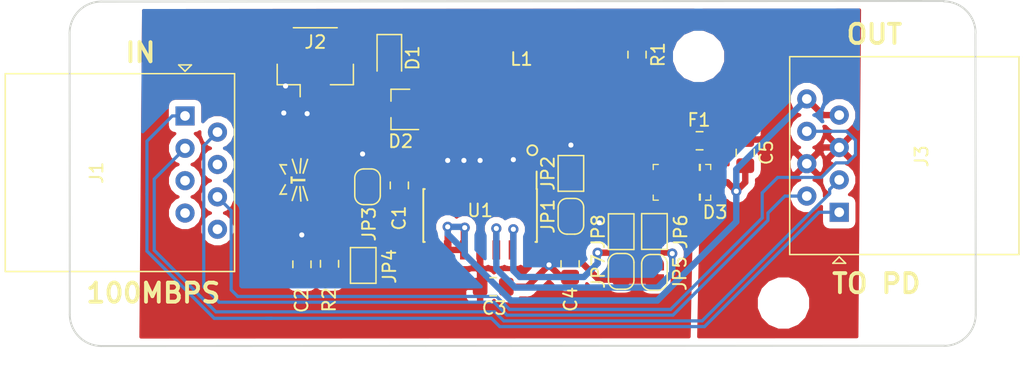
<source format=kicad_pcb>
(kicad_pcb (version 20171130) (host pcbnew "(5.0.0)")

  (general
    (thickness 1.6)
    (drawings 13)
    (tracks 197)
    (zones 0)
    (modules 27)
    (nets 24)
  )

  (page A4)
  (layers
    (0 F.Cu signal)
    (31 B.Cu signal)
    (32 B.Adhes user)
    (33 F.Adhes user hide)
    (34 B.Paste user)
    (35 F.Paste user)
    (36 B.SilkS user)
    (37 F.SilkS user)
    (38 B.Mask user)
    (39 F.Mask user hide)
    (40 Dwgs.User user)
    (41 Cmts.User user)
    (42 Eco1.User user)
    (43 Eco2.User user)
    (44 Edge.Cuts user)
    (45 Margin user)
    (46 B.CrtYd user)
    (47 F.CrtYd user)
    (48 B.Fab user)
    (49 F.Fab user)
  )

  (setup
    (last_trace_width 0.25)
    (trace_clearance 0.2)
    (zone_clearance 0.508)
    (zone_45_only no)
    (trace_min 0.2)
    (segment_width 0.2)
    (edge_width 0.15)
    (via_size 0.8)
    (via_drill 0.4)
    (via_min_size 0.4)
    (via_min_drill 0.3)
    (uvia_size 0.3)
    (uvia_drill 0.1)
    (uvias_allowed no)
    (uvia_min_size 0.2)
    (uvia_min_drill 0.1)
    (pcb_text_width 0.3)
    (pcb_text_size 1.5 1.5)
    (mod_edge_width 0.15)
    (mod_text_size 1 1)
    (mod_text_width 0.15)
    (pad_size 1.524 1.524)
    (pad_drill 0.762)
    (pad_to_mask_clearance 0.2)
    (aux_axis_origin 0 0)
    (visible_elements 7FFFFFFF)
    (pcbplotparams
      (layerselection 0x010fc_ffffffff)
      (usegerberextensions false)
      (usegerberattributes false)
      (usegerberadvancedattributes false)
      (creategerberjobfile false)
      (excludeedgelayer true)
      (linewidth 0.100000)
      (plotframeref false)
      (viasonmask false)
      (mode 1)
      (useauxorigin false)
      (hpglpennumber 1)
      (hpglpenspeed 20)
      (hpglpendiameter 15.000000)
      (psnegative false)
      (psa4output false)
      (plotreference true)
      (plotvalue true)
      (plotinvisibletext false)
      (padsonsilk false)
      (subtractmaskfromsilk false)
      (outputformat 1)
      (mirror false)
      (drillshape 0)
      (scaleselection 1)
      (outputdirectory ""))
  )

  (net 0 "")
  (net 1 "Net-(C1-Pad1)")
  (net 2 VSS)
  (net 3 "Net-(C2-Pad1)")
  (net 4 VDD48)
  (net 5 VDD5)
  (net 6 "Net-(C5-Pad2)")
  (net 7 "Net-(C5-Pad1)")
  (net 8 "Net-(D1-Pad1)")
  (net 9 "Net-(D2-Pad2)")
  (net 10 "Net-(J1-Pad8)")
  (net 11 "Net-(J1-Pad7)")
  (net 12 ETH6)
  (net 13 "Net-(J1-Pad5)")
  (net 14 "Net-(J1-Pad4)")
  (net 15 ETH3)
  (net 16 ETH2)
  (net 17 ETH1)
  (net 18 "Net-(JP1-Pad2)")
  (net 19 "Net-(JP4-Pad1)")
  (net 20 "Net-(JP4-Pad2)")
  (net 21 "Net-(JP5-Pad2)")
  (net 22 "Net-(JP7-Pad2)")
  (net 23 "Net-(R1-Pad2)")

  (net_class Default "This is the default net class."
    (clearance 0.2)
    (trace_width 0.25)
    (via_dia 0.8)
    (via_drill 0.4)
    (uvia_dia 0.3)
    (uvia_drill 0.1)
    (add_net ETH1)
    (add_net ETH2)
    (add_net ETH3)
    (add_net ETH6)
    (add_net "Net-(C1-Pad1)")
    (add_net "Net-(C2-Pad1)")
    (add_net "Net-(C5-Pad1)")
    (add_net "Net-(C5-Pad2)")
    (add_net "Net-(D1-Pad1)")
    (add_net "Net-(D2-Pad2)")
    (add_net "Net-(J1-Pad4)")
    (add_net "Net-(J1-Pad5)")
    (add_net "Net-(J1-Pad7)")
    (add_net "Net-(J1-Pad8)")
    (add_net "Net-(JP1-Pad2)")
    (add_net "Net-(JP4-Pad1)")
    (add_net "Net-(JP4-Pad2)")
    (add_net "Net-(JP5-Pad2)")
    (add_net "Net-(JP7-Pad2)")
    (add_net "Net-(R1-Pad2)")
    (add_net VDD48)
    (add_net VDD5)
    (add_net VSS)
  )

  (module MountingHole:MountingHole_3mm (layer F.Cu) (tedit 5C356E27) (tstamp 5C4E1C5F)
    (at 150.06574 116.78412)
    (descr "Mounting Hole 3mm, no annular")
    (tags "mounting hole 3mm no annular")
    (attr virtual)
    (fp_text reference REF** (at 0.1016 -6.1595) (layer F.SilkS) hide
      (effects (font (size 1 1) (thickness 0.15)))
    )
    (fp_text value MountingHole_3mm (at 0 4) (layer F.Fab)
      (effects (font (size 1 1) (thickness 0.15)))
    )
    (fp_text user %R (at 0.3 0) (layer F.Fab)
      (effects (font (size 1 1) (thickness 0.15)))
    )
    (fp_circle (center 0 0) (end 3 0) (layer Cmts.User) (width 0.15))
    (fp_circle (center 0 0) (end 3.25 0) (layer F.CrtYd) (width 0.05))
    (pad 1 np_thru_hole circle (at 0 0) (size 3 3) (drill 3) (layers *.Cu *.Mask))
  )

  (module digikey-footprints:DO-214AC (layer F.Cu) (tedit 5C356703) (tstamp 5C72226E)
    (at 142.113 107.315 180)
    (path /5C377EEA)
    (fp_text reference D3 (at -2.5908 -2.3495) (layer F.SilkS)
      (effects (font (size 1 1) (thickness 0.15)))
    )
    (fp_text value D_TVS (at 0 2.45 180) (layer F.Fab)
      (effects (font (size 1 1) (thickness 0.15)))
    )
    (fp_line (start -2.15 -1.3) (end -2.15 1.3) (layer F.Fab) (width 0.1))
    (fp_line (start 2.15 -1.3) (end 2.15 1.3) (layer F.Fab) (width 0.1))
    (fp_line (start -2.15 -1.3) (end 2.15 -1.3) (layer F.Fab) (width 0.1))
    (fp_line (start -2.15 1.3) (end 2.15 1.3) (layer F.Fab) (width 0.1))
    (fp_text user %R (at 0.40894 0 180) (layer F.Fab)
      (effects (font (size 0.75 0.75) (thickness 0.075)))
    )
    (fp_line (start 2.25 -1.4) (end 2.25 -1) (layer F.SilkS) (width 0.1))
    (fp_line (start 2.25 -1.4) (end 1.85 -1.4) (layer F.SilkS) (width 0.1))
    (fp_line (start -2.25 -1.4) (end -1.85 -1.4) (layer F.SilkS) (width 0.1))
    (fp_line (start -2.25 -1.4) (end -2.25 -1) (layer F.SilkS) (width 0.1))
    (fp_line (start -2.25 1.4) (end -2.25 1) (layer F.SilkS) (width 0.1))
    (fp_line (start -2.25 1.4) (end -1.85 1.4) (layer F.SilkS) (width 0.1))
    (fp_line (start 2.25 1.4) (end 2.25 1) (layer F.SilkS) (width 0.1))
    (fp_line (start 2.25 1.4) (end 1.85 1.4) (layer F.SilkS) (width 0.1))
    (fp_line (start -3.5 -1.55) (end -3.5 1.55) (layer F.CrtYd) (width 0.05))
    (fp_line (start 3.5 -1.55) (end 3.5 1.55) (layer F.CrtYd) (width 0.05))
    (fp_line (start -3.5 -1.55) (end 3.5 -1.55) (layer F.CrtYd) (width 0.05))
    (fp_line (start -3.5 1.55) (end 3.5 1.55) (layer F.CrtYd) (width 0.05))
    (fp_line (start -1.36398 -1.39954) (end -1.44018 -1.39954) (layer F.SilkS) (width 0.1))
    (fp_line (start -1.36398 -0.93472) (end -1.36398 -1.39954) (layer F.SilkS) (width 0.1))
    (fp_line (start -1.44018 -0.93472) (end -1.36398 -0.93472) (layer F.SilkS) (width 0.1))
    (fp_line (start -1.44018 -1.39954) (end -1.44018 -0.93472) (layer F.SilkS) (width 0.1))
    (fp_line (start -1.36398 1.40208) (end -1.44018 1.40208) (layer F.SilkS) (width 0.1))
    (fp_line (start -1.36398 0.94234) (end -1.36398 1.40208) (layer F.SilkS) (width 0.1))
    (fp_line (start -1.44018 0.94234) (end -1.36398 0.94234) (layer F.SilkS) (width 0.1))
    (fp_line (start -1.44018 1.40208) (end -1.44018 0.94234) (layer F.SilkS) (width 0.1))
    (fp_line (start -1.36144 -1.30048) (end -1.44018 -1.30048) (layer F.Fab) (width 0.1))
    (fp_line (start -1.36398 1.30048) (end -1.36144 -1.30048) (layer F.Fab) (width 0.1))
    (fp_line (start -1.44018 1.30048) (end -1.36398 1.30048) (layer F.Fab) (width 0.1))
    (fp_line (start -1.44018 -1.30048) (end -1.44018 1.30048) (layer F.Fab) (width 0.1))
    (pad 1 smd rect (at -2 0 180) (size 2.5 1.7) (layers F.Cu F.Paste F.Mask)
      (net 6 "Net-(C5-Pad2)"))
    (pad 2 smd rect (at 2 0 180) (size 2.5 1.7) (layers F.Cu F.Paste F.Mask)
      (net 4 VDD48))
  )

  (module PoESpeak:SDR1005-103KL (layer F.Cu) (tedit 5C35653C) (tstamp 5C722364)
    (at 124.18604 97.69348)
    (path /5C357D06)
    (fp_text reference L1 (at 5.35396 -0.04318) (layer F.SilkS)
      (effects (font (size 1 1) (thickness 0.15)))
    )
    (fp_text value INDUCTOR (at 0 -0.5) (layer F.Fab)
      (effects (font (size 1 1) (thickness 0.15)))
    )
    (pad 2 smd rect (at 10.5 0) (size 3.5 3) (layers F.Cu F.Paste F.Mask)
      (net 9 "Net-(D2-Pad2)"))
    (pad 1 smd rect (at 0 0) (size 3.5 3) (layers F.Cu F.Paste F.Mask)
      (net 8 "Net-(D1-Pad1)"))
  )

  (module PoESpeak:SOT-23 (layer F.Cu) (tedit 5C356269) (tstamp 5C72224B)
    (at 120.0785 101.59746 180)
    (descr "SOT-23, Standard")
    (tags SOT-23)
    (path /5C358286)
    (attr smd)
    (fp_text reference D2 (at 0 -2.5 180) (layer F.SilkS)
      (effects (font (size 1 1) (thickness 0.15)))
    )
    (fp_text value D (at 0 2.5 180) (layer F.Fab)
      (effects (font (size 1 1) (thickness 0.15)))
    )
    (fp_text user %R (at 0 0 270) (layer F.Fab)
      (effects (font (size 0.5 0.5) (thickness 0.075)))
    )
    (fp_line (start -0.7 -0.95) (end -0.7 1.5) (layer F.Fab) (width 0.1))
    (fp_line (start -0.15 -1.52) (end 0.7 -1.52) (layer F.Fab) (width 0.1))
    (fp_line (start -0.7 -0.95) (end -0.15 -1.52) (layer F.Fab) (width 0.1))
    (fp_line (start 0.7 -1.52) (end 0.7 1.52) (layer F.Fab) (width 0.1))
    (fp_line (start -0.7 1.52) (end 0.7 1.52) (layer F.Fab) (width 0.1))
    (fp_line (start 0.76 1.58) (end 0.76 0.65) (layer F.SilkS) (width 0.12))
    (fp_line (start 0.76 -1.58) (end 0.76 -0.65) (layer F.SilkS) (width 0.12))
    (fp_line (start -1.7 -1.75) (end 1.7 -1.75) (layer F.CrtYd) (width 0.05))
    (fp_line (start 1.7 -1.75) (end 1.7 1.75) (layer F.CrtYd) (width 0.05))
    (fp_line (start 1.7 1.75) (end -1.7 1.75) (layer F.CrtYd) (width 0.05))
    (fp_line (start -1.7 1.75) (end -1.7 -1.75) (layer F.CrtYd) (width 0.05))
    (fp_line (start 0.76 -1.58) (end -1.4 -1.58) (layer F.SilkS) (width 0.12))
    (fp_line (start 0.76 1.58) (end -0.7 1.58) (layer F.SilkS) (width 0.12))
    (pad 2 smd rect (at -1 -0.95 180) (size 0.9 0.8) (layers F.Cu F.Paste F.Mask)
      (net 9 "Net-(D2-Pad2)"))
    (pad 3 smd rect (at -1 0.95 180) (size 0.9 0.8) (layers F.Cu F.Paste F.Mask))
    (pad 1 smd rect (at 1 0 180) (size 0.9 0.8) (layers F.Cu F.Paste F.Mask)
      (net 4 VDD48))
    (model ${KISYS3DMOD}/Package_TO_SOT_SMD.3dshapes/SOT-23.wrl
      (at (xyz 0 0 0))
      (scale (xyz 1 1 1))
      (rotate (xyz 0 0 0))
    )
  )

  (module Capacitor_SMD:C_0805_2012Metric_Pad1.15x1.40mm_HandSolder (layer F.Cu) (tedit 5B36C52B) (tstamp 5C7221DF)
    (at 119.975093 107.557569 90)
    (descr "Capacitor SMD 0805 (2012 Metric), square (rectangular) end terminal, IPC_7351 nominal with elongated pad for handsoldering. (Body size source: https://docs.google.com/spreadsheets/d/1BsfQQcO9C6DZCsRaXUlFlo91Tg2WpOkGARC1WS5S8t0/edit?usp=sharing), generated with kicad-footprint-generator")
    (tags "capacitor handsolder")
    (path /5C36415D)
    (attr smd)
    (fp_text reference C1 (at -2.564131 -0.023593 90) (layer F.SilkS)
      (effects (font (size 1 1) (thickness 0.15)))
    )
    (fp_text value 0.1uF (at 0 1.65 90) (layer F.Fab)
      (effects (font (size 1 1) (thickness 0.15)))
    )
    (fp_line (start -1 0.6) (end -1 -0.6) (layer F.Fab) (width 0.1))
    (fp_line (start -1 -0.6) (end 1 -0.6) (layer F.Fab) (width 0.1))
    (fp_line (start 1 -0.6) (end 1 0.6) (layer F.Fab) (width 0.1))
    (fp_line (start 1 0.6) (end -1 0.6) (layer F.Fab) (width 0.1))
    (fp_line (start -0.261252 -0.71) (end 0.261252 -0.71) (layer F.SilkS) (width 0.12))
    (fp_line (start -0.261252 0.71) (end 0.261252 0.71) (layer F.SilkS) (width 0.12))
    (fp_line (start -1.85 0.95) (end -1.85 -0.95) (layer F.CrtYd) (width 0.05))
    (fp_line (start -1.85 -0.95) (end 1.85 -0.95) (layer F.CrtYd) (width 0.05))
    (fp_line (start 1.85 -0.95) (end 1.85 0.95) (layer F.CrtYd) (width 0.05))
    (fp_line (start 1.85 0.95) (end -1.85 0.95) (layer F.CrtYd) (width 0.05))
    (fp_text user %R (at 0 0 90) (layer F.Fab)
      (effects (font (size 0.5 0.5) (thickness 0.08)))
    )
    (pad 1 smd roundrect (at -1.025 0 90) (size 1.15 1.4) (layers F.Cu F.Paste F.Mask) (roundrect_rratio 0.217391)
      (net 1 "Net-(C1-Pad1)"))
    (pad 2 smd roundrect (at 1.025 0 90) (size 1.15 1.4) (layers F.Cu F.Paste F.Mask) (roundrect_rratio 0.217391)
      (net 2 VSS))
    (model ${KISYS3DMOD}/Capacitor_SMD.3dshapes/C_0805_2012Metric.wrl
      (at (xyz 0 0 0))
      (scale (xyz 1 1 1))
      (rotate (xyz 0 0 0))
    )
  )

  (module Capacitor_SMD:C_0805_2012Metric_Pad1.15x1.40mm_HandSolder (layer F.Cu) (tedit 5B36C52B) (tstamp 5C7221F0)
    (at 112.3442 113.74628 90)
    (descr "Capacitor SMD 0805 (2012 Metric), square (rectangular) end terminal, IPC_7351 nominal with elongated pad for handsoldering. (Body size source: https://docs.google.com/spreadsheets/d/1BsfQQcO9C6DZCsRaXUlFlo91Tg2WpOkGARC1WS5S8t0/edit?usp=sharing), generated with kicad-footprint-generator")
    (tags "capacitor handsolder")
    (path /5C36D9DF)
    (attr smd)
    (fp_text reference C2 (at -2.83972 -0.0254 90) (layer F.SilkS)
      (effects (font (size 1 1) (thickness 0.15)))
    )
    (fp_text value 0.1uF (at 4.78028 -0.0762 90) (layer F.Fab)
      (effects (font (size 1 1) (thickness 0.15)))
    )
    (fp_text user %R (at 0 0 90) (layer F.Fab)
      (effects (font (size 0.5 0.5) (thickness 0.08)))
    )
    (fp_line (start 1.85 0.95) (end -1.85 0.95) (layer F.CrtYd) (width 0.05))
    (fp_line (start 1.85 -0.95) (end 1.85 0.95) (layer F.CrtYd) (width 0.05))
    (fp_line (start -1.85 -0.95) (end 1.85 -0.95) (layer F.CrtYd) (width 0.05))
    (fp_line (start -1.85 0.95) (end -1.85 -0.95) (layer F.CrtYd) (width 0.05))
    (fp_line (start -0.261252 0.71) (end 0.261252 0.71) (layer F.SilkS) (width 0.12))
    (fp_line (start -0.261252 -0.71) (end 0.261252 -0.71) (layer F.SilkS) (width 0.12))
    (fp_line (start 1 0.6) (end -1 0.6) (layer F.Fab) (width 0.1))
    (fp_line (start 1 -0.6) (end 1 0.6) (layer F.Fab) (width 0.1))
    (fp_line (start -1 -0.6) (end 1 -0.6) (layer F.Fab) (width 0.1))
    (fp_line (start -1 0.6) (end -1 -0.6) (layer F.Fab) (width 0.1))
    (pad 2 smd roundrect (at 1.025 0 90) (size 1.15 1.4) (layers F.Cu F.Paste F.Mask) (roundrect_rratio 0.217391)
      (net 2 VSS))
    (pad 1 smd roundrect (at -1.025 0 90) (size 1.15 1.4) (layers F.Cu F.Paste F.Mask) (roundrect_rratio 0.217391)
      (net 3 "Net-(C2-Pad1)"))
    (model ${KISYS3DMOD}/Capacitor_SMD.3dshapes/C_0805_2012Metric.wrl
      (at (xyz 0 0 0))
      (scale (xyz 1 1 1))
      (rotate (xyz 0 0 0))
    )
  )

  (module Capacitor_SMD:C_0805_2012Metric_Pad1.15x1.40mm_HandSolder (layer F.Cu) (tedit 5B36C52B) (tstamp 5C722201)
    (at 127.3265 115.5065)
    (descr "Capacitor SMD 0805 (2012 Metric), square (rectangular) end terminal, IPC_7351 nominal with elongated pad for handsoldering. (Body size source: https://docs.google.com/spreadsheets/d/1BsfQQcO9C6DZCsRaXUlFlo91Tg2WpOkGARC1WS5S8t0/edit?usp=sharing), generated with kicad-footprint-generator")
    (tags "capacitor handsolder")
    (path /5C355BCD)
    (attr smd)
    (fp_text reference C3 (at 0.0799 1.6764) (layer F.SilkS)
      (effects (font (size 1 1) (thickness 0.15)))
    )
    (fp_text value C (at 0 1.65) (layer F.Fab)
      (effects (font (size 1 1) (thickness 0.15)))
    )
    (fp_line (start -1 0.6) (end -1 -0.6) (layer F.Fab) (width 0.1))
    (fp_line (start -1 -0.6) (end 1 -0.6) (layer F.Fab) (width 0.1))
    (fp_line (start 1 -0.6) (end 1 0.6) (layer F.Fab) (width 0.1))
    (fp_line (start 1 0.6) (end -1 0.6) (layer F.Fab) (width 0.1))
    (fp_line (start -0.261252 -0.71) (end 0.261252 -0.71) (layer F.SilkS) (width 0.12))
    (fp_line (start -0.261252 0.71) (end 0.261252 0.71) (layer F.SilkS) (width 0.12))
    (fp_line (start -1.85 0.95) (end -1.85 -0.95) (layer F.CrtYd) (width 0.05))
    (fp_line (start -1.85 -0.95) (end 1.85 -0.95) (layer F.CrtYd) (width 0.05))
    (fp_line (start 1.85 -0.95) (end 1.85 0.95) (layer F.CrtYd) (width 0.05))
    (fp_line (start 1.85 0.95) (end -1.85 0.95) (layer F.CrtYd) (width 0.05))
    (fp_text user %R (at 0 0) (layer F.Fab)
      (effects (font (size 0.5 0.5) (thickness 0.08)))
    )
    (pad 1 smd roundrect (at -1.025 0) (size 1.15 1.4) (layers F.Cu F.Paste F.Mask) (roundrect_rratio 0.217391)
      (net 4 VDD48))
    (pad 2 smd roundrect (at 1.025 0) (size 1.15 1.4) (layers F.Cu F.Paste F.Mask) (roundrect_rratio 0.217391)
      (net 2 VSS))
    (model ${KISYS3DMOD}/Capacitor_SMD.3dshapes/C_0805_2012Metric.wrl
      (at (xyz 0 0 0))
      (scale (xyz 1 1 1))
      (rotate (xyz 0 0 0))
    )
  )

  (module Capacitor_SMD:C_0805_2012Metric_Pad1.15x1.40mm_HandSolder (layer F.Cu) (tedit 5B36C52B) (tstamp 5C722212)
    (at 133.35 113.7285 270)
    (descr "Capacitor SMD 0805 (2012 Metric), square (rectangular) end terminal, IPC_7351 nominal with elongated pad for handsoldering. (Body size source: https://docs.google.com/spreadsheets/d/1BsfQQcO9C6DZCsRaXUlFlo91Tg2WpOkGARC1WS5S8t0/edit?usp=sharing), generated with kicad-footprint-generator")
    (tags "capacitor handsolder")
    (path /5C35888A)
    (attr smd)
    (fp_text reference C4 (at 2.7686 -0.0381 270) (layer F.SilkS)
      (effects (font (size 1 1) (thickness 0.15)))
    )
    (fp_text value 0.1uF (at 0 1.65 270) (layer F.Fab)
      (effects (font (size 1 1) (thickness 0.15)))
    )
    (fp_line (start -1 0.6) (end -1 -0.6) (layer F.Fab) (width 0.1))
    (fp_line (start -1 -0.6) (end 1 -0.6) (layer F.Fab) (width 0.1))
    (fp_line (start 1 -0.6) (end 1 0.6) (layer F.Fab) (width 0.1))
    (fp_line (start 1 0.6) (end -1 0.6) (layer F.Fab) (width 0.1))
    (fp_line (start -0.261252 -0.71) (end 0.261252 -0.71) (layer F.SilkS) (width 0.12))
    (fp_line (start -0.261252 0.71) (end 0.261252 0.71) (layer F.SilkS) (width 0.12))
    (fp_line (start -1.85 0.95) (end -1.85 -0.95) (layer F.CrtYd) (width 0.05))
    (fp_line (start -1.85 -0.95) (end 1.85 -0.95) (layer F.CrtYd) (width 0.05))
    (fp_line (start 1.85 -0.95) (end 1.85 0.95) (layer F.CrtYd) (width 0.05))
    (fp_line (start 1.85 0.95) (end -1.85 0.95) (layer F.CrtYd) (width 0.05))
    (fp_text user %R (at 0 0 270) (layer F.Fab)
      (effects (font (size 0.5 0.5) (thickness 0.08)))
    )
    (pad 1 smd roundrect (at -1.025 0 270) (size 1.15 1.4) (layers F.Cu F.Paste F.Mask) (roundrect_rratio 0.217391)
      (net 5 VDD5))
    (pad 2 smd roundrect (at 1.025 0 270) (size 1.15 1.4) (layers F.Cu F.Paste F.Mask) (roundrect_rratio 0.217391)
      (net 2 VSS))
    (model ${KISYS3DMOD}/Capacitor_SMD.3dshapes/C_0805_2012Metric.wrl
      (at (xyz 0 0 0))
      (scale (xyz 1 1 1))
      (rotate (xyz 0 0 0))
    )
  )

  (module Capacitor_SMD:C_0805_2012Metric_Pad1.15x1.40mm_HandSolder (layer F.Cu) (tedit 5B36C52B) (tstamp 5C722223)
    (at 147.07108 104.98582 270)
    (descr "Capacitor SMD 0805 (2012 Metric), square (rectangular) end terminal, IPC_7351 nominal with elongated pad for handsoldering. (Body size source: https://docs.google.com/spreadsheets/d/1BsfQQcO9C6DZCsRaXUlFlo91Tg2WpOkGARC1WS5S8t0/edit?usp=sharing), generated with kicad-footprint-generator")
    (tags "capacitor handsolder")
    (path /5C383028)
    (attr smd)
    (fp_text reference C5 (at 0 -1.65 270) (layer F.SilkS)
      (effects (font (size 1 1) (thickness 0.15)))
    )
    (fp_text value 0.1uF (at 0 1.65 270) (layer F.Fab)
      (effects (font (size 1 1) (thickness 0.15)))
    )
    (fp_text user %R (at 0 0 270) (layer F.Fab)
      (effects (font (size 0.5 0.5) (thickness 0.08)))
    )
    (fp_line (start 1.85 0.95) (end -1.85 0.95) (layer F.CrtYd) (width 0.05))
    (fp_line (start 1.85 -0.95) (end 1.85 0.95) (layer F.CrtYd) (width 0.05))
    (fp_line (start -1.85 -0.95) (end 1.85 -0.95) (layer F.CrtYd) (width 0.05))
    (fp_line (start -1.85 0.95) (end -1.85 -0.95) (layer F.CrtYd) (width 0.05))
    (fp_line (start -0.261252 0.71) (end 0.261252 0.71) (layer F.SilkS) (width 0.12))
    (fp_line (start -0.261252 -0.71) (end 0.261252 -0.71) (layer F.SilkS) (width 0.12))
    (fp_line (start 1 0.6) (end -1 0.6) (layer F.Fab) (width 0.1))
    (fp_line (start 1 -0.6) (end 1 0.6) (layer F.Fab) (width 0.1))
    (fp_line (start -1 -0.6) (end 1 -0.6) (layer F.Fab) (width 0.1))
    (fp_line (start -1 0.6) (end -1 -0.6) (layer F.Fab) (width 0.1))
    (pad 2 smd roundrect (at 1.025 0 270) (size 1.15 1.4) (layers F.Cu F.Paste F.Mask) (roundrect_rratio 0.217391)
      (net 6 "Net-(C5-Pad2)"))
    (pad 1 smd roundrect (at -1.025 0 270) (size 1.15 1.4) (layers F.Cu F.Paste F.Mask) (roundrect_rratio 0.217391)
      (net 7 "Net-(C5-Pad1)"))
    (model ${KISYS3DMOD}/Capacitor_SMD.3dshapes/C_0805_2012Metric.wrl
      (at (xyz 0 0 0))
      (scale (xyz 1 1 1))
      (rotate (xyz 0 0 0))
    )
  )

  (module LED_SMD:LED_0805_2012Metric_Pad1.15x1.40mm_HandSolder (layer F.Cu) (tedit 5B4B45C9) (tstamp 5C722236)
    (at 119.1895 97.5868 270)
    (descr "LED SMD 0805 (2012 Metric), square (rectangular) end terminal, IPC_7351 nominal, (Body size source: https://docs.google.com/spreadsheets/d/1BsfQQcO9C6DZCsRaXUlFlo91Tg2WpOkGARC1WS5S8t0/edit?usp=sharing), generated with kicad-footprint-generator")
    (tags "LED handsolder")
    (path /5C3557AB)
    (attr smd)
    (fp_text reference D1 (at -0.0254 -1.8288 270) (layer F.SilkS)
      (effects (font (size 1 1) (thickness 0.15)))
    )
    (fp_text value LED (at 0 1.65 270) (layer F.Fab)
      (effects (font (size 1 1) (thickness 0.15)))
    )
    (fp_line (start 1 -0.6) (end -0.7 -0.6) (layer F.Fab) (width 0.1))
    (fp_line (start -0.7 -0.6) (end -1 -0.3) (layer F.Fab) (width 0.1))
    (fp_line (start -1 -0.3) (end -1 0.6) (layer F.Fab) (width 0.1))
    (fp_line (start -1 0.6) (end 1 0.6) (layer F.Fab) (width 0.1))
    (fp_line (start 1 0.6) (end 1 -0.6) (layer F.Fab) (width 0.1))
    (fp_line (start 1 -0.96) (end -1.86 -0.96) (layer F.SilkS) (width 0.12))
    (fp_line (start -1.86 -0.96) (end -1.86 0.96) (layer F.SilkS) (width 0.12))
    (fp_line (start -1.86 0.96) (end 1 0.96) (layer F.SilkS) (width 0.12))
    (fp_line (start -1.85 0.95) (end -1.85 -0.95) (layer F.CrtYd) (width 0.05))
    (fp_line (start -1.85 -0.95) (end 1.85 -0.95) (layer F.CrtYd) (width 0.05))
    (fp_line (start 1.85 -0.95) (end 1.85 0.95) (layer F.CrtYd) (width 0.05))
    (fp_line (start 1.85 0.95) (end -1.85 0.95) (layer F.CrtYd) (width 0.05))
    (fp_text user %R (at 0 0 270) (layer F.Fab)
      (effects (font (size 0.5 0.5) (thickness 0.08)))
    )
    (pad 1 smd roundrect (at -1.025 0 270) (size 1.15 1.4) (layers F.Cu F.Paste F.Mask) (roundrect_rratio 0.217391)
      (net 8 "Net-(D1-Pad1)"))
    (pad 2 smd roundrect (at 1.025 0 270) (size 1.15 1.4) (layers F.Cu F.Paste F.Mask) (roundrect_rratio 0.217391)
      (net 4 VDD48))
    (model ${KISYS3DMOD}/LED_SMD.3dshapes/LED_0805_2012Metric.wrl
      (at (xyz 0 0 0))
      (scale (xyz 1 1 1))
      (rotate (xyz 0 0 0))
    )
  )

  (module Fuse:Fuse_0805_2012Metric_Pad1.15x1.40mm_HandSolder (layer F.Cu) (tedit 5B36C52C) (tstamp 5C72227F)
    (at 143.49222 104.05618 180)
    (descr "Fuse SMD 0805 (2012 Metric), square (rectangular) end terminal, IPC_7351 nominal with elongated pad for handsoldering. (Body size source: https://docs.google.com/spreadsheets/d/1BsfQQcO9C6DZCsRaXUlFlo91Tg2WpOkGARC1WS5S8t0/edit?usp=sharing), generated with kicad-footprint-generator")
    (tags "resistor handsolder")
    (path /5C35548E)
    (attr smd)
    (fp_text reference F1 (at 0.04572 1.63068 180) (layer F.SilkS)
      (effects (font (size 1 1) (thickness 0.15)))
    )
    (fp_text value Fuse (at 0 1.65 180) (layer F.Fab)
      (effects (font (size 1 1) (thickness 0.15)))
    )
    (fp_line (start -1 0.6) (end -1 -0.6) (layer F.Fab) (width 0.1))
    (fp_line (start -1 -0.6) (end 1 -0.6) (layer F.Fab) (width 0.1))
    (fp_line (start 1 -0.6) (end 1 0.6) (layer F.Fab) (width 0.1))
    (fp_line (start 1 0.6) (end -1 0.6) (layer F.Fab) (width 0.1))
    (fp_line (start -0.261252 -0.71) (end 0.261252 -0.71) (layer F.SilkS) (width 0.12))
    (fp_line (start -0.261252 0.71) (end 0.261252 0.71) (layer F.SilkS) (width 0.12))
    (fp_line (start -1.85 0.95) (end -1.85 -0.95) (layer F.CrtYd) (width 0.05))
    (fp_line (start -1.85 -0.95) (end 1.85 -0.95) (layer F.CrtYd) (width 0.05))
    (fp_line (start 1.85 -0.95) (end 1.85 0.95) (layer F.CrtYd) (width 0.05))
    (fp_line (start 1.85 0.95) (end -1.85 0.95) (layer F.CrtYd) (width 0.05))
    (fp_text user %R (at 0 0 180) (layer F.Fab)
      (effects (font (size 0.5 0.5) (thickness 0.08)))
    )
    (pad 1 smd roundrect (at -1.025 0 180) (size 1.15 1.4) (layers F.Cu F.Paste F.Mask) (roundrect_rratio 0.217391)
      (net 7 "Net-(C5-Pad1)"))
    (pad 2 smd roundrect (at 1.025 0 180) (size 1.15 1.4) (layers F.Cu F.Paste F.Mask) (roundrect_rratio 0.217391)
      (net 4 VDD48))
    (model ${KISYS3DMOD}/Fuse.3dshapes/Fuse_0805_2012Metric.wrl
      (at (xyz 0 0 0))
      (scale (xyz 1 1 1))
      (rotate (xyz 0 0 0))
    )
  )

  (module Connector_RJ:RJ45_Amphenol_54602-x08_Horizontal (layer F.Cu) (tedit 5B103613) (tstamp 5C72229E)
    (at 103.1875 102.108 270)
    (descr "8 Pol Shallow Latch Connector, Modjack, RJ45 (https://cdn.amphenol-icc.com/media/wysiwyg/files/drawing/c-bmj-0102.pdf)")
    (tags RJ45)
    (path /5C35519D)
    (fp_text reference J1 (at 4.4577 6.9342 270) (layer F.SilkS)
      (effects (font (size 1 1) (thickness 0.15)))
    )
    (fp_text value RJ45 (at 4.445 4 270) (layer F.Fab)
      (effects (font (size 1 1) (thickness 0.15)))
    )
    (fp_line (start 12.6 14.47) (end -3.71 14.47) (layer F.CrtYd) (width 0.05))
    (fp_line (start 12.6 14.47) (end 12.6 -4.27) (layer F.CrtYd) (width 0.05))
    (fp_line (start -3.71 -4.27) (end -3.71 14.47) (layer F.CrtYd) (width 0.05))
    (fp_line (start -3.71 -4.27) (end 12.6 -4.27) (layer F.CrtYd) (width 0.05))
    (fp_line (start -3.315 -3.88) (end -3.315 14.08) (layer F.SilkS) (width 0.12))
    (fp_line (start 12.205 -3.88) (end -3.315 -3.88) (layer F.SilkS) (width 0.12))
    (fp_line (start 12.205 -3.88) (end 12.205 14.08) (layer F.SilkS) (width 0.12))
    (fp_line (start -3.315 14.08) (end 12.205 14.08) (layer F.SilkS) (width 0.12))
    (fp_line (start -3.205 -2.77) (end -2.205 -3.77) (layer F.Fab) (width 0.12))
    (fp_line (start -2.205 -3.77) (end 12.095 -3.77) (layer F.Fab) (width 0.12))
    (fp_line (start 12.095 -3.77) (end 12.095 13.97) (layer F.Fab) (width 0.12))
    (fp_line (start 12.095 13.97) (end -3.205 13.97) (layer F.Fab) (width 0.12))
    (fp_line (start -3.205 13.97) (end -3.205 -2.77) (layer F.Fab) (width 0.12))
    (fp_line (start -3.5 0) (end -4 -0.5) (layer F.SilkS) (width 0.12))
    (fp_line (start -4 -0.5) (end -4 0.5) (layer F.SilkS) (width 0.12))
    (fp_line (start -4 0.5) (end -3.5 0) (layer F.SilkS) (width 0.12))
    (fp_text user %R (at 4.445 2 270) (layer F.Fab)
      (effects (font (size 1 1) (thickness 0.15)))
    )
    (pad 8 thru_hole circle (at 8.89 -2.54 270) (size 1.5 1.5) (drill 0.76) (layers *.Cu *.Mask)
      (net 10 "Net-(J1-Pad8)"))
    (pad 7 thru_hole circle (at 7.62 0 270) (size 1.5 1.5) (drill 0.76) (layers *.Cu *.Mask)
      (net 11 "Net-(J1-Pad7)"))
    (pad 6 thru_hole circle (at 6.35 -2.54 270) (size 1.5 1.5) (drill 0.76) (layers *.Cu *.Mask)
      (net 12 ETH6))
    (pad 5 thru_hole circle (at 5.08 0 270) (size 1.5 1.5) (drill 0.76) (layers *.Cu *.Mask)
      (net 13 "Net-(J1-Pad5)"))
    (pad 4 thru_hole circle (at 3.81 -2.54 270) (size 1.5 1.5) (drill 0.76) (layers *.Cu *.Mask)
      (net 14 "Net-(J1-Pad4)"))
    (pad 3 thru_hole circle (at 2.54 0 270) (size 1.5 1.5) (drill 0.76) (layers *.Cu *.Mask)
      (net 15 ETH3))
    (pad 2 thru_hole circle (at 1.27 -2.54 270) (size 1.5 1.5) (drill 0.76) (layers *.Cu *.Mask)
      (net 16 ETH2))
    (pad 1 thru_hole rect (at 0 0 270) (size 1.5 1.5) (drill 0.76) (layers *.Cu *.Mask)
      (net 17 ETH1))
    (pad "" np_thru_hole circle (at -1.27 6.35 270) (size 3.2 3.2) (drill 3.2) (layers *.Cu *.Mask))
    (pad "" np_thru_hole circle (at 10.16 6.35 270) (size 3.2 3.2) (drill 3.2) (layers *.Cu *.Mask))
    (model ${KISYS3DMOD}/Connector_RJ.3dshapes/RJ45_Amphenol_54602-x08_Horizontal.wrl
      (at (xyz 0 0 0))
      (scale (xyz 1 1 1))
      (rotate (xyz 0 0 0))
    )
  )

  (module Connector_JST:JST_GH_BM02B-GHS-TBT_1x02-1MP_P1.25mm_Vertical (layer F.Cu) (tedit 5AA47DC8) (tstamp 5C7222BF)
    (at 113.39068 97.80016)
    (descr "JST GH series connector, BM02B-GHS-TBT (http://www.jst-mfg.com/product/pdf/eng/eGH.pdf), generated with kicad-footprint-generator")
    (tags "connector JST GH side entry")
    (path /5C35529F)
    (attr smd)
    (fp_text reference J2 (at 0.00762 -1.48336) (layer F.SilkS)
      (effects (font (size 1 1) (thickness 0.15)))
    )
    (fp_text value Conn_01x02 (at 0 4) (layer F.Fab)
      (effects (font (size 1 1) (thickness 0.15)))
    )
    (fp_line (start -2.875 1.75) (end 2.875 1.75) (layer F.Fab) (width 0.1))
    (fp_line (start -2.985 0.26) (end -2.985 1.86) (layer F.SilkS) (width 0.12))
    (fp_line (start -2.985 1.86) (end -1.185 1.86) (layer F.SilkS) (width 0.12))
    (fp_line (start -1.185 1.86) (end -1.185 2.8) (layer F.SilkS) (width 0.12))
    (fp_line (start 2.985 0.26) (end 2.985 1.86) (layer F.SilkS) (width 0.12))
    (fp_line (start 2.985 1.86) (end 1.185 1.86) (layer F.SilkS) (width 0.12))
    (fp_line (start -1.715 -2.61) (end 1.715 -2.61) (layer F.SilkS) (width 0.12))
    (fp_line (start -2.875 -2.5) (end 2.875 -2.5) (layer F.Fab) (width 0.1))
    (fp_line (start -2.875 1.75) (end -2.875 -2.5) (layer F.Fab) (width 0.1))
    (fp_line (start 2.875 1.75) (end 2.875 -2.5) (layer F.Fab) (width 0.1))
    (fp_line (start -0.875 -0.5) (end -0.875 0) (layer F.Fab) (width 0.1))
    (fp_line (start -0.875 0) (end -0.375 0) (layer F.Fab) (width 0.1))
    (fp_line (start -0.375 0) (end -0.375 -0.5) (layer F.Fab) (width 0.1))
    (fp_line (start -0.375 -0.5) (end -0.875 -0.5) (layer F.Fab) (width 0.1))
    (fp_line (start 0.375 -0.5) (end 0.375 0) (layer F.Fab) (width 0.1))
    (fp_line (start 0.375 0) (end 0.875 0) (layer F.Fab) (width 0.1))
    (fp_line (start 0.875 0) (end 0.875 -0.5) (layer F.Fab) (width 0.1))
    (fp_line (start 0.875 -0.5) (end 0.375 -0.5) (layer F.Fab) (width 0.1))
    (fp_line (start -3.48 -3.3) (end -3.48 3.3) (layer F.CrtYd) (width 0.05))
    (fp_line (start -3.48 3.3) (end 3.48 3.3) (layer F.CrtYd) (width 0.05))
    (fp_line (start 3.48 3.3) (end 3.48 -3.3) (layer F.CrtYd) (width 0.05))
    (fp_line (start 3.48 -3.3) (end -3.48 -3.3) (layer F.CrtYd) (width 0.05))
    (fp_line (start -1.125 1.75) (end -0.625 1.042893) (layer F.Fab) (width 0.1))
    (fp_line (start -0.625 1.042893) (end -0.125 1.75) (layer F.Fab) (width 0.1))
    (fp_text user %R (at 0 -1.5) (layer F.Fab)
      (effects (font (size 1 1) (thickness 0.15)))
    )
    (pad 1 smd rect (at -0.625 1.95) (size 0.6 1.7) (layers F.Cu F.Paste F.Mask)
      (net 2 VSS))
    (pad 2 smd rect (at 0.625 1.95) (size 0.6 1.7) (layers F.Cu F.Paste F.Mask)
      (net 4 VDD48))
    (pad MP smd rect (at -2.475 -1.4) (size 1 2.8) (layers F.Cu F.Paste F.Mask))
    (pad MP smd rect (at 2.475 -1.4) (size 1 2.8) (layers F.Cu F.Paste F.Mask))
    (model ${KISYS3DMOD}/Connector_JST.3dshapes/JST_GH_BM02B-GHS-TBT_1x02-1MP_P1.25mm_Vertical.wrl
      (at (xyz 0 0 0))
      (scale (xyz 1 1 1))
      (rotate (xyz 0 0 0))
    )
  )

  (module Connector_RJ:RJ45_Amphenol_54602-x08_Horizontal (layer F.Cu) (tedit 5B103613) (tstamp 5C7222DE)
    (at 154.432 109.6645 90)
    (descr "8 Pol Shallow Latch Connector, Modjack, RJ45 (https://cdn.amphenol-icc.com/media/wysiwyg/files/drawing/c-bmj-0102.pdf)")
    (tags RJ45)
    (path /5C386747)
    (fp_text reference J3 (at 4.3942 6.4516 270) (layer F.SilkS)
      (effects (font (size 1 1) (thickness 0.15)))
    )
    (fp_text value RJ45 (at 4.445 4 90) (layer F.Fab)
      (effects (font (size 1 1) (thickness 0.15)))
    )
    (fp_text user %R (at 4.445 2 90) (layer F.Fab)
      (effects (font (size 1 1) (thickness 0.15)))
    )
    (fp_line (start -4 0.5) (end -3.5 0) (layer F.SilkS) (width 0.12))
    (fp_line (start -4 -0.5) (end -4 0.5) (layer F.SilkS) (width 0.12))
    (fp_line (start -3.5 0) (end -4 -0.5) (layer F.SilkS) (width 0.12))
    (fp_line (start -3.205 13.97) (end -3.205 -2.77) (layer F.Fab) (width 0.12))
    (fp_line (start 12.095 13.97) (end -3.205 13.97) (layer F.Fab) (width 0.12))
    (fp_line (start 12.095 -3.77) (end 12.095 13.97) (layer F.Fab) (width 0.12))
    (fp_line (start -2.205 -3.77) (end 12.095 -3.77) (layer F.Fab) (width 0.12))
    (fp_line (start -3.205 -2.77) (end -2.205 -3.77) (layer F.Fab) (width 0.12))
    (fp_line (start -3.315 14.08) (end 12.205 14.08) (layer F.SilkS) (width 0.12))
    (fp_line (start 12.205 -3.88) (end 12.205 14.08) (layer F.SilkS) (width 0.12))
    (fp_line (start 12.205 -3.88) (end -3.315 -3.88) (layer F.SilkS) (width 0.12))
    (fp_line (start -3.315 -3.88) (end -3.315 14.08) (layer F.SilkS) (width 0.12))
    (fp_line (start -3.71 -4.27) (end 12.6 -4.27) (layer F.CrtYd) (width 0.05))
    (fp_line (start -3.71 -4.27) (end -3.71 14.47) (layer F.CrtYd) (width 0.05))
    (fp_line (start 12.6 14.47) (end 12.6 -4.27) (layer F.CrtYd) (width 0.05))
    (fp_line (start 12.6 14.47) (end -3.71 14.47) (layer F.CrtYd) (width 0.05))
    (pad "" np_thru_hole circle (at 10.16 6.35 90) (size 3.2 3.2) (drill 3.2) (layers *.Cu *.Mask))
    (pad "" np_thru_hole circle (at -1.27 6.35 90) (size 3.2 3.2) (drill 3.2) (layers *.Cu *.Mask))
    (pad 1 thru_hole rect (at 0 0 90) (size 1.5 1.5) (drill 0.76) (layers *.Cu *.Mask)
      (net 17 ETH1))
    (pad 2 thru_hole circle (at 1.27 -2.54 90) (size 1.5 1.5) (drill 0.76) (layers *.Cu *.Mask)
      (net 16 ETH2))
    (pad 3 thru_hole circle (at 2.54 0 90) (size 1.5 1.5) (drill 0.76) (layers *.Cu *.Mask)
      (net 15 ETH3))
    (pad 4 thru_hole circle (at 3.81 -2.54 90) (size 1.5 1.5) (drill 0.76) (layers *.Cu *.Mask)
      (net 7 "Net-(C5-Pad1)"))
    (pad 5 thru_hole circle (at 5.08 0 90) (size 1.5 1.5) (drill 0.76) (layers *.Cu *.Mask)
      (net 7 "Net-(C5-Pad1)"))
    (pad 6 thru_hole circle (at 6.35 -2.54 90) (size 1.5 1.5) (drill 0.76) (layers *.Cu *.Mask)
      (net 12 ETH6))
    (pad 7 thru_hole circle (at 7.62 0 90) (size 1.5 1.5) (drill 0.76) (layers *.Cu *.Mask)
      (net 6 "Net-(C5-Pad2)"))
    (pad 8 thru_hole circle (at 8.89 -2.54 90) (size 1.5 1.5) (drill 0.76) (layers *.Cu *.Mask)
      (net 6 "Net-(C5-Pad2)"))
    (model ${KISYS3DMOD}/Connector_RJ.3dshapes/RJ45_Amphenol_54602-x08_Horizontal.wrl
      (at (xyz 0 0 0))
      (scale (xyz 1 1 1))
      (rotate (xyz 0 0 0))
    )
  )

  (module Jumper:SolderJumper-2_P1.3mm_Bridged_RoundedPad1.0x1.5mm (layer F.Cu) (tedit 5B391ABA) (tstamp 5C7222F0)
    (at 133.4135 109.982 90)
    (descr "SMD Solder Jumper, 1x1.5mm, rounded Pads, 0.3mm gap, bridged with 1 copper strip")
    (tags "solder jumper open")
    (path /5C35F00A)
    (attr virtual)
    (fp_text reference JP1 (at 0 -1.8 90) (layer F.SilkS)
      (effects (font (size 1 1) (thickness 0.15)))
    )
    (fp_text value SolderJumper_2_Bridged (at 0 1.9 90) (layer F.Fab)
      (effects (font (size 1 1) (thickness 0.15)))
    )
    (fp_line (start 1.65 1.25) (end -1.65 1.25) (layer F.CrtYd) (width 0.05))
    (fp_line (start 1.65 1.25) (end 1.65 -1.25) (layer F.CrtYd) (width 0.05))
    (fp_line (start -1.65 -1.25) (end -1.65 1.25) (layer F.CrtYd) (width 0.05))
    (fp_line (start -1.65 -1.25) (end 1.65 -1.25) (layer F.CrtYd) (width 0.05))
    (fp_line (start -0.7 -1) (end 0.7 -1) (layer F.SilkS) (width 0.12))
    (fp_line (start 1.4 -0.3) (end 1.4 0.3) (layer F.SilkS) (width 0.12))
    (fp_line (start 0.7 1) (end -0.7 1) (layer F.SilkS) (width 0.12))
    (fp_line (start -1.4 0.3) (end -1.4 -0.3) (layer F.SilkS) (width 0.12))
    (fp_arc (start -0.7 -0.3) (end -0.7 -1) (angle -90) (layer F.SilkS) (width 0.12))
    (fp_arc (start -0.7 0.3) (end -1.4 0.3) (angle -90) (layer F.SilkS) (width 0.12))
    (fp_arc (start 0.7 0.3) (end 0.7 1) (angle -90) (layer F.SilkS) (width 0.12))
    (fp_arc (start 0.7 -0.3) (end 1.4 -0.3) (angle -90) (layer F.SilkS) (width 0.12))
    (pad 2 smd custom (at 0.65 0 90) (size 1 0.5) (layers F.Cu F.Mask)
      (net 18 "Net-(JP1-Pad2)") (zone_connect 0)
      (options (clearance outline) (anchor rect))
      (primitives
        (gr_circle (center 0 0.25) (end 0.5 0.25) (width 0))
        (gr_circle (center 0 -0.25) (end 0.5 -0.25) (width 0))
        (gr_poly (pts
           (xy 0 -0.75) (xy -0.5 -0.75) (xy -0.5 0.75) (xy 0 0.75)) (width 0))
      ))
    (pad 1 smd custom (at -0.65 0 90) (size 1 0.5) (layers F.Cu F.Mask)
      (net 5 VDD5) (zone_connect 0)
      (options (clearance outline) (anchor rect))
      (primitives
        (gr_circle (center 0 0.25) (end 0.5 0.25) (width 0))
        (gr_circle (center 0 -0.25) (end 0.5 -0.25) (width 0))
        (gr_poly (pts
           (xy 0 -0.75) (xy 0.5 -0.75) (xy 0.5 0.75) (xy 0 0.75)) (width 0))
        (gr_poly (pts
           (xy 0.9 -0.3) (xy 0.4 -0.3) (xy 0.4 0.3) (xy 0.9 0.3)) (width 0))
      ))
  )

  (module Jumper:SolderJumper-2_P1.3mm_Open_Pad1.0x1.5mm (layer F.Cu) (tedit 5A3EABFC) (tstamp 5C7222FE)
    (at 133.4135 106.6165 90)
    (descr "SMD Solder Jumper, 1x1.5mm Pads, 0.3mm gap, open")
    (tags "solder jumper open")
    (path /5C35A09E)
    (attr virtual)
    (fp_text reference JP2 (at 0 -1.8 90) (layer F.SilkS)
      (effects (font (size 1 1) (thickness 0.15)))
    )
    (fp_text value SolderJumper_2_Open (at 0 1.9 90) (layer F.Fab)
      (effects (font (size 1 1) (thickness 0.15)))
    )
    (fp_line (start -1.4 1) (end -1.4 -1) (layer F.SilkS) (width 0.12))
    (fp_line (start 1.4 1) (end -1.4 1) (layer F.SilkS) (width 0.12))
    (fp_line (start 1.4 -1) (end 1.4 1) (layer F.SilkS) (width 0.12))
    (fp_line (start -1.4 -1) (end 1.4 -1) (layer F.SilkS) (width 0.12))
    (fp_line (start -1.65 -1.25) (end 1.65 -1.25) (layer F.CrtYd) (width 0.05))
    (fp_line (start -1.65 -1.25) (end -1.65 1.25) (layer F.CrtYd) (width 0.05))
    (fp_line (start 1.65 1.25) (end 1.65 -1.25) (layer F.CrtYd) (width 0.05))
    (fp_line (start 1.65 1.25) (end -1.65 1.25) (layer F.CrtYd) (width 0.05))
    (pad 2 smd rect (at 0.65 0 90) (size 1 1.5) (layers F.Cu F.Mask)
      (net 2 VSS))
    (pad 1 smd rect (at -0.65 0 90) (size 1 1.5) (layers F.Cu F.Mask)
      (net 18 "Net-(JP1-Pad2)"))
  )

  (module Jumper:SolderJumper-2_P1.3mm_Bridged_RoundedPad1.0x1.5mm (layer F.Cu) (tedit 5B391ABA) (tstamp 5C722310)
    (at 117.483093 107.665569 90)
    (descr "SMD Solder Jumper, 1x1.5mm, rounded Pads, 0.3mm gap, bridged with 1 copper strip")
    (tags "solder jumper open")
    (path /5C362EF1)
    (attr virtual)
    (fp_text reference JP3 (at -2.926031 0.118907 90) (layer F.SilkS)
      (effects (font (size 1 1) (thickness 0.15)))
    )
    (fp_text value SolderJumper_2_Bridged (at 0 1.9 90) (layer F.Fab)
      (effects (font (size 1 1) (thickness 0.15)))
    )
    (fp_arc (start 0.7 -0.3) (end 1.4 -0.3) (angle -90) (layer F.SilkS) (width 0.12))
    (fp_arc (start 0.7 0.3) (end 0.7 1) (angle -90) (layer F.SilkS) (width 0.12))
    (fp_arc (start -0.7 0.3) (end -1.4 0.3) (angle -90) (layer F.SilkS) (width 0.12))
    (fp_arc (start -0.7 -0.3) (end -0.7 -1) (angle -90) (layer F.SilkS) (width 0.12))
    (fp_line (start -1.4 0.3) (end -1.4 -0.3) (layer F.SilkS) (width 0.12))
    (fp_line (start 0.7 1) (end -0.7 1) (layer F.SilkS) (width 0.12))
    (fp_line (start 1.4 -0.3) (end 1.4 0.3) (layer F.SilkS) (width 0.12))
    (fp_line (start -0.7 -1) (end 0.7 -1) (layer F.SilkS) (width 0.12))
    (fp_line (start -1.65 -1.25) (end 1.65 -1.25) (layer F.CrtYd) (width 0.05))
    (fp_line (start -1.65 -1.25) (end -1.65 1.25) (layer F.CrtYd) (width 0.05))
    (fp_line (start 1.65 1.25) (end 1.65 -1.25) (layer F.CrtYd) (width 0.05))
    (fp_line (start 1.65 1.25) (end -1.65 1.25) (layer F.CrtYd) (width 0.05))
    (pad 1 smd custom (at -0.65 0 90) (size 1 0.5) (layers F.Cu F.Mask)
      (net 1 "Net-(C1-Pad1)") (zone_connect 0)
      (options (clearance outline) (anchor rect))
      (primitives
        (gr_circle (center 0 0.25) (end 0.5 0.25) (width 0))
        (gr_circle (center 0 -0.25) (end 0.5 -0.25) (width 0))
        (gr_poly (pts
           (xy 0 -0.75) (xy 0.5 -0.75) (xy 0.5 0.75) (xy 0 0.75)) (width 0))
        (gr_poly (pts
           (xy 0.9 -0.3) (xy 0.4 -0.3) (xy 0.4 0.3) (xy 0.9 0.3)) (width 0))
      ))
    (pad 2 smd custom (at 0.65 0 90) (size 1 0.5) (layers F.Cu F.Mask)
      (net 2 VSS) (zone_connect 0)
      (options (clearance outline) (anchor rect))
      (primitives
        (gr_circle (center 0 0.25) (end 0.5 0.25) (width 0))
        (gr_circle (center 0 -0.25) (end 0.5 -0.25) (width 0))
        (gr_poly (pts
           (xy 0 -0.75) (xy -0.5 -0.75) (xy -0.5 0.75) (xy 0 0.75)) (width 0))
      ))
  )

  (module Jumper:SolderJumper-2_P1.3mm_Open_Pad1.0x1.5mm (layer F.Cu) (tedit 5A3EABFC) (tstamp 5C72231E)
    (at 117.1448 113.83518 90)
    (descr "SMD Solder Jumper, 1x1.5mm Pads, 0.3mm gap, open")
    (tags "solder jumper open")
    (path /5C368264)
    (attr virtual)
    (fp_text reference JP4 (at -0.07112 2.0574 90) (layer F.SilkS)
      (effects (font (size 1 1) (thickness 0.15)))
    )
    (fp_text value SolderJumper_2_Open (at 0 1.9 90) (layer F.Fab)
      (effects (font (size 1 1) (thickness 0.15)))
    )
    (fp_line (start 1.65 1.25) (end -1.65 1.25) (layer F.CrtYd) (width 0.05))
    (fp_line (start 1.65 1.25) (end 1.65 -1.25) (layer F.CrtYd) (width 0.05))
    (fp_line (start -1.65 -1.25) (end -1.65 1.25) (layer F.CrtYd) (width 0.05))
    (fp_line (start -1.65 -1.25) (end 1.65 -1.25) (layer F.CrtYd) (width 0.05))
    (fp_line (start -1.4 -1) (end 1.4 -1) (layer F.SilkS) (width 0.12))
    (fp_line (start 1.4 -1) (end 1.4 1) (layer F.SilkS) (width 0.12))
    (fp_line (start 1.4 1) (end -1.4 1) (layer F.SilkS) (width 0.12))
    (fp_line (start -1.4 1) (end -1.4 -1) (layer F.SilkS) (width 0.12))
    (pad 1 smd rect (at -0.65 0 90) (size 1 1.5) (layers F.Cu F.Mask)
      (net 19 "Net-(JP4-Pad1)"))
    (pad 2 smd rect (at 0.65 0 90) (size 1 1.5) (layers F.Cu F.Mask)
      (net 20 "Net-(JP4-Pad2)"))
  )

  (module Jumper:SolderJumper-2_P1.3mm_Bridged_RoundedPad1.0x1.5mm (layer F.Cu) (tedit 5B391ABA) (tstamp 5C722330)
    (at 139.955866 114.377927 90)
    (descr "SMD Solder Jumper, 1x1.5mm, rounded Pads, 0.3mm gap, bridged with 1 copper strip")
    (tags "solder jumper open")
    (path /5C3C6EE0)
    (attr virtual)
    (fp_text reference JP5 (at -0.087173 1.992034 90) (layer F.SilkS)
      (effects (font (size 1 1) (thickness 0.15)))
    )
    (fp_text value SolderJumper_2_Bridged (at 0 1.9 90) (layer F.Fab)
      (effects (font (size 1 1) (thickness 0.15)))
    )
    (fp_arc (start 0.7 -0.3) (end 1.4 -0.3) (angle -90) (layer F.SilkS) (width 0.12))
    (fp_arc (start 0.7 0.3) (end 0.7 1) (angle -90) (layer F.SilkS) (width 0.12))
    (fp_arc (start -0.7 0.3) (end -1.4 0.3) (angle -90) (layer F.SilkS) (width 0.12))
    (fp_arc (start -0.7 -0.3) (end -0.7 -1) (angle -90) (layer F.SilkS) (width 0.12))
    (fp_line (start -1.4 0.3) (end -1.4 -0.3) (layer F.SilkS) (width 0.12))
    (fp_line (start 0.7 1) (end -0.7 1) (layer F.SilkS) (width 0.12))
    (fp_line (start 1.4 -0.3) (end 1.4 0.3) (layer F.SilkS) (width 0.12))
    (fp_line (start -0.7 -1) (end 0.7 -1) (layer F.SilkS) (width 0.12))
    (fp_line (start -1.65 -1.25) (end 1.65 -1.25) (layer F.CrtYd) (width 0.05))
    (fp_line (start -1.65 -1.25) (end -1.65 1.25) (layer F.CrtYd) (width 0.05))
    (fp_line (start 1.65 1.25) (end 1.65 -1.25) (layer F.CrtYd) (width 0.05))
    (fp_line (start 1.65 1.25) (end -1.65 1.25) (layer F.CrtYd) (width 0.05))
    (pad 1 smd custom (at -0.65 0 90) (size 1 0.5) (layers F.Cu F.Mask)
      (net 5 VDD5) (zone_connect 0)
      (options (clearance outline) (anchor rect))
      (primitives
        (gr_circle (center 0 0.25) (end 0.5 0.25) (width 0))
        (gr_circle (center 0 -0.25) (end 0.5 -0.25) (width 0))
        (gr_poly (pts
           (xy 0 -0.75) (xy 0.5 -0.75) (xy 0.5 0.75) (xy 0 0.75)) (width 0))
        (gr_poly (pts
           (xy 0.9 -0.3) (xy 0.4 -0.3) (xy 0.4 0.3) (xy 0.9 0.3)) (width 0))
      ))
    (pad 2 smd custom (at 0.65 0 90) (size 1 0.5) (layers F.Cu F.Mask)
      (net 21 "Net-(JP5-Pad2)") (zone_connect 0)
      (options (clearance outline) (anchor rect))
      (primitives
        (gr_circle (center 0 0.25) (end 0.5 0.25) (width 0))
        (gr_circle (center 0 -0.25) (end 0.5 -0.25) (width 0))
        (gr_poly (pts
           (xy 0 -0.75) (xy -0.5 -0.75) (xy -0.5 0.75) (xy 0 0.75)) (width 0))
      ))
  )

  (module Jumper:SolderJumper-2_P1.3mm_Open_Pad1.0x1.5mm (layer F.Cu) (tedit 5A3EABFC) (tstamp 5C72233E)
    (at 139.955866 111.172927 90)
    (descr "SMD Solder Jumper, 1x1.5mm Pads, 0.3mm gap, open")
    (tags "solder jumper open")
    (path /5C3C50E7)
    (attr virtual)
    (fp_text reference JP6 (at -0.015573 2.055534 90) (layer F.SilkS)
      (effects (font (size 1 1) (thickness 0.15)))
    )
    (fp_text value SolderJumper_2_Open (at 0 1.9 90) (layer F.Fab)
      (effects (font (size 1 1) (thickness 0.15)))
    )
    (fp_line (start 1.65 1.25) (end -1.65 1.25) (layer F.CrtYd) (width 0.05))
    (fp_line (start 1.65 1.25) (end 1.65 -1.25) (layer F.CrtYd) (width 0.05))
    (fp_line (start -1.65 -1.25) (end -1.65 1.25) (layer F.CrtYd) (width 0.05))
    (fp_line (start -1.65 -1.25) (end 1.65 -1.25) (layer F.CrtYd) (width 0.05))
    (fp_line (start -1.4 -1) (end 1.4 -1) (layer F.SilkS) (width 0.12))
    (fp_line (start 1.4 -1) (end 1.4 1) (layer F.SilkS) (width 0.12))
    (fp_line (start 1.4 1) (end -1.4 1) (layer F.SilkS) (width 0.12))
    (fp_line (start -1.4 1) (end -1.4 -1) (layer F.SilkS) (width 0.12))
    (pad 1 smd rect (at -0.65 0 90) (size 1 1.5) (layers F.Cu F.Mask)
      (net 21 "Net-(JP5-Pad2)"))
    (pad 2 smd rect (at 0.65 0 90) (size 1 1.5) (layers F.Cu F.Mask)
      (net 2 VSS))
  )

  (module Jumper:SolderJumper-2_P1.3mm_Bridged_RoundedPad1.0x1.5mm (layer F.Cu) (tedit 5B391ABA) (tstamp 5C72472E)
    (at 137.352366 114.299427 90)
    (descr "SMD Solder Jumper, 1x1.5mm, rounded Pads, 0.3mm gap, bridged with 1 copper strip")
    (tags "solder jumper open")
    (path /5C3F79B5)
    (attr virtual)
    (fp_text reference JP7 (at 0 -1.8 90) (layer F.SilkS)
      (effects (font (size 1 1) (thickness 0.15)))
    )
    (fp_text value SolderJumper_2_Bridged (at 0 1.9 90) (layer F.Fab)
      (effects (font (size 1 1) (thickness 0.15)))
    )
    (fp_line (start 1.65 1.25) (end -1.65 1.25) (layer F.CrtYd) (width 0.05))
    (fp_line (start 1.65 1.25) (end 1.65 -1.25) (layer F.CrtYd) (width 0.05))
    (fp_line (start -1.65 -1.25) (end -1.65 1.25) (layer F.CrtYd) (width 0.05))
    (fp_line (start -1.65 -1.25) (end 1.65 -1.25) (layer F.CrtYd) (width 0.05))
    (fp_line (start -0.7 -1) (end 0.7 -1) (layer F.SilkS) (width 0.12))
    (fp_line (start 1.4 -0.3) (end 1.4 0.3) (layer F.SilkS) (width 0.12))
    (fp_line (start 0.7 1) (end -0.7 1) (layer F.SilkS) (width 0.12))
    (fp_line (start -1.4 0.3) (end -1.4 -0.3) (layer F.SilkS) (width 0.12))
    (fp_arc (start -0.7 -0.3) (end -0.7 -1) (angle -90) (layer F.SilkS) (width 0.12))
    (fp_arc (start -0.7 0.3) (end -1.4 0.3) (angle -90) (layer F.SilkS) (width 0.12))
    (fp_arc (start 0.7 0.3) (end 0.7 1) (angle -90) (layer F.SilkS) (width 0.12))
    (fp_arc (start 0.7 -0.3) (end 1.4 -0.3) (angle -90) (layer F.SilkS) (width 0.12))
    (pad 2 smd custom (at 0.65 0 90) (size 1 0.5) (layers F.Cu F.Mask)
      (net 22 "Net-(JP7-Pad2)") (zone_connect 0)
      (options (clearance outline) (anchor rect))
      (primitives
        (gr_circle (center 0 0.25) (end 0.5 0.25) (width 0))
        (gr_circle (center 0 -0.25) (end 0.5 -0.25) (width 0))
        (gr_poly (pts
           (xy 0 -0.75) (xy -0.5 -0.75) (xy -0.5 0.75) (xy 0 0.75)) (width 0))
      ))
    (pad 1 smd custom (at -0.65 0 90) (size 1 0.5) (layers F.Cu F.Mask)
      (net 5 VDD5) (zone_connect 0)
      (options (clearance outline) (anchor rect))
      (primitives
        (gr_circle (center 0 0.25) (end 0.5 0.25) (width 0))
        (gr_circle (center 0 -0.25) (end 0.5 -0.25) (width 0))
        (gr_poly (pts
           (xy 0 -0.75) (xy 0.5 -0.75) (xy 0.5 0.75) (xy 0 0.75)) (width 0))
        (gr_poly (pts
           (xy 0.9 -0.3) (xy 0.4 -0.3) (xy 0.4 0.3) (xy 0.9 0.3)) (width 0))
      ))
  )

  (module Jumper:SolderJumper-2_P1.3mm_Open_Pad1.0x1.5mm (layer F.Cu) (tedit 5A3EABFC) (tstamp 5C72475D)
    (at 137.352366 111.187927 90)
    (descr "SMD Solder Jumper, 1x1.5mm Pads, 0.3mm gap, open")
    (tags "solder jumper open")
    (path /5C3F79AE)
    (attr virtual)
    (fp_text reference JP8 (at 0 -1.8 90) (layer F.SilkS)
      (effects (font (size 1 1) (thickness 0.15)))
    )
    (fp_text value SolderJumper_2_Open (at 0 1.9 90) (layer F.Fab)
      (effects (font (size 1 1) (thickness 0.15)))
    )
    (fp_line (start -1.4 1) (end -1.4 -1) (layer F.SilkS) (width 0.12))
    (fp_line (start 1.4 1) (end -1.4 1) (layer F.SilkS) (width 0.12))
    (fp_line (start 1.4 -1) (end 1.4 1) (layer F.SilkS) (width 0.12))
    (fp_line (start -1.4 -1) (end 1.4 -1) (layer F.SilkS) (width 0.12))
    (fp_line (start -1.65 -1.25) (end 1.65 -1.25) (layer F.CrtYd) (width 0.05))
    (fp_line (start -1.65 -1.25) (end -1.65 1.25) (layer F.CrtYd) (width 0.05))
    (fp_line (start 1.65 1.25) (end 1.65 -1.25) (layer F.CrtYd) (width 0.05))
    (fp_line (start 1.65 1.25) (end -1.65 1.25) (layer F.CrtYd) (width 0.05))
    (pad 2 smd rect (at 0.65 0 90) (size 1 1.5) (layers F.Cu F.Mask)
      (net 2 VSS))
    (pad 1 smd rect (at -0.65 0 90) (size 1 1.5) (layers F.Cu F.Mask)
      (net 22 "Net-(JP7-Pad2)"))
  )

  (module Resistor_SMD:R_0805_2012Metric_Pad1.15x1.40mm_HandSolder (layer F.Cu) (tedit 5B36C52B) (tstamp 5C722375)
    (at 138.59256 97.30232 270)
    (descr "Resistor SMD 0805 (2012 Metric), square (rectangular) end terminal, IPC_7351 nominal with elongated pad for handsoldering. (Body size source: https://docs.google.com/spreadsheets/d/1BsfQQcO9C6DZCsRaXUlFlo91Tg2WpOkGARC1WS5S8t0/edit?usp=sharing), generated with kicad-footprint-generator")
    (tags "resistor handsolder")
    (path /5C3559EF)
    (attr smd)
    (fp_text reference R1 (at 0 -1.65 270) (layer F.SilkS)
      (effects (font (size 1 1) (thickness 0.15)))
    )
    (fp_text value R (at 0 1.65 270) (layer F.Fab)
      (effects (font (size 1 1) (thickness 0.15)))
    )
    (fp_line (start -1 0.6) (end -1 -0.6) (layer F.Fab) (width 0.1))
    (fp_line (start -1 -0.6) (end 1 -0.6) (layer F.Fab) (width 0.1))
    (fp_line (start 1 -0.6) (end 1 0.6) (layer F.Fab) (width 0.1))
    (fp_line (start 1 0.6) (end -1 0.6) (layer F.Fab) (width 0.1))
    (fp_line (start -0.261252 -0.71) (end 0.261252 -0.71) (layer F.SilkS) (width 0.12))
    (fp_line (start -0.261252 0.71) (end 0.261252 0.71) (layer F.SilkS) (width 0.12))
    (fp_line (start -1.85 0.95) (end -1.85 -0.95) (layer F.CrtYd) (width 0.05))
    (fp_line (start -1.85 -0.95) (end 1.85 -0.95) (layer F.CrtYd) (width 0.05))
    (fp_line (start 1.85 -0.95) (end 1.85 0.95) (layer F.CrtYd) (width 0.05))
    (fp_line (start 1.85 0.95) (end -1.85 0.95) (layer F.CrtYd) (width 0.05))
    (fp_text user %R (at 0 0 270) (layer F.Fab)
      (effects (font (size 0.5 0.5) (thickness 0.08)))
    )
    (pad 1 smd roundrect (at -1.025 0 270) (size 1.15 1.4) (layers F.Cu F.Paste F.Mask) (roundrect_rratio 0.217391)
      (net 9 "Net-(D2-Pad2)"))
    (pad 2 smd roundrect (at 1.025 0 270) (size 1.15 1.4) (layers F.Cu F.Paste F.Mask) (roundrect_rratio 0.217391)
      (net 23 "Net-(R1-Pad2)"))
    (model ${KISYS3DMOD}/Resistor_SMD.3dshapes/R_0805_2012Metric.wrl
      (at (xyz 0 0 0))
      (scale (xyz 1 1 1))
      (rotate (xyz 0 0 0))
    )
  )

  (module Resistor_SMD:R_0805_2012Metric_Pad1.15x1.40mm_HandSolder (layer F.Cu) (tedit 5B36C52B) (tstamp 5C722386)
    (at 114.50574 113.7068 270)
    (descr "Resistor SMD 0805 (2012 Metric), square (rectangular) end terminal, IPC_7351 nominal with elongated pad for handsoldering. (Body size source: https://docs.google.com/spreadsheets/d/1BsfQQcO9C6DZCsRaXUlFlo91Tg2WpOkGARC1WS5S8t0/edit?usp=sharing), generated with kicad-footprint-generator")
    (tags "resistor handsolder")
    (path /5C36C574)
    (attr smd)
    (fp_text reference R2 (at 2.8284 0.02794 270) (layer F.SilkS)
      (effects (font (size 1 1) (thickness 0.15)))
    )
    (fp_text value R (at -2.7088 -0.04826 270) (layer F.Fab)
      (effects (font (size 1 1) (thickness 0.15)))
    )
    (fp_text user %R (at 0 0 270) (layer F.Fab)
      (effects (font (size 0.5 0.5) (thickness 0.08)))
    )
    (fp_line (start 1.85 0.95) (end -1.85 0.95) (layer F.CrtYd) (width 0.05))
    (fp_line (start 1.85 -0.95) (end 1.85 0.95) (layer F.CrtYd) (width 0.05))
    (fp_line (start -1.85 -0.95) (end 1.85 -0.95) (layer F.CrtYd) (width 0.05))
    (fp_line (start -1.85 0.95) (end -1.85 -0.95) (layer F.CrtYd) (width 0.05))
    (fp_line (start -0.261252 0.71) (end 0.261252 0.71) (layer F.SilkS) (width 0.12))
    (fp_line (start -0.261252 -0.71) (end 0.261252 -0.71) (layer F.SilkS) (width 0.12))
    (fp_line (start 1 0.6) (end -1 0.6) (layer F.Fab) (width 0.1))
    (fp_line (start 1 -0.6) (end 1 0.6) (layer F.Fab) (width 0.1))
    (fp_line (start -1 -0.6) (end 1 -0.6) (layer F.Fab) (width 0.1))
    (fp_line (start -1 0.6) (end -1 -0.6) (layer F.Fab) (width 0.1))
    (pad 2 smd roundrect (at 1.025 0 270) (size 1.15 1.4) (layers F.Cu F.Paste F.Mask) (roundrect_rratio 0.217391)
      (net 3 "Net-(C2-Pad1)"))
    (pad 1 smd roundrect (at -1.025 0 270) (size 1.15 1.4) (layers F.Cu F.Paste F.Mask) (roundrect_rratio 0.217391)
      (net 20 "Net-(JP4-Pad2)"))
    (model ${KISYS3DMOD}/Resistor_SMD.3dshapes/R_0805_2012Metric.wrl
      (at (xyz 0 0 0))
      (scale (xyz 1 1 1))
      (rotate (xyz 0 0 0))
    )
  )

  (module Package_SO:SOIC-14_3.9x8.7mm_P1.27mm (layer F.Cu) (tedit 5A02F2D3) (tstamp 5C7223A9)
    (at 126.3015 109.9185 270)
    (descr "14-Lead Plastic Small Outline (SL) - Narrow, 3.90 mm Body [SOIC] (see Microchip Packaging Specification 00000049BS.pdf)")
    (tags "SOIC 1.27")
    (path /5C3550C3)
    (attr smd)
    (fp_text reference U1 (at -0.3937 0) (layer F.SilkS)
      (effects (font (size 1 1) (thickness 0.15)))
    )
    (fp_text value LTC4263 (at 0 5.375 270) (layer F.Fab)
      (effects (font (size 1 1) (thickness 0.15)))
    )
    (fp_text user %R (at 0 0 270) (layer F.Fab)
      (effects (font (size 0.9 0.9) (thickness 0.135)))
    )
    (fp_line (start -0.95 -4.35) (end 1.95 -4.35) (layer F.Fab) (width 0.15))
    (fp_line (start 1.95 -4.35) (end 1.95 4.35) (layer F.Fab) (width 0.15))
    (fp_line (start 1.95 4.35) (end -1.95 4.35) (layer F.Fab) (width 0.15))
    (fp_line (start -1.95 4.35) (end -1.95 -3.35) (layer F.Fab) (width 0.15))
    (fp_line (start -1.95 -3.35) (end -0.95 -4.35) (layer F.Fab) (width 0.15))
    (fp_line (start -3.7 -4.65) (end -3.7 4.65) (layer F.CrtYd) (width 0.05))
    (fp_line (start 3.7 -4.65) (end 3.7 4.65) (layer F.CrtYd) (width 0.05))
    (fp_line (start -3.7 -4.65) (end 3.7 -4.65) (layer F.CrtYd) (width 0.05))
    (fp_line (start -3.7 4.65) (end 3.7 4.65) (layer F.CrtYd) (width 0.05))
    (fp_line (start -2.075 -4.45) (end -2.075 -4.425) (layer F.SilkS) (width 0.15))
    (fp_line (start 2.075 -4.45) (end 2.075 -4.335) (layer F.SilkS) (width 0.15))
    (fp_line (start 2.075 4.45) (end 2.075 4.335) (layer F.SilkS) (width 0.15))
    (fp_line (start -2.075 4.45) (end -2.075 4.335) (layer F.SilkS) (width 0.15))
    (fp_line (start -2.075 -4.45) (end 2.075 -4.45) (layer F.SilkS) (width 0.15))
    (fp_line (start -2.075 4.45) (end 2.075 4.45) (layer F.SilkS) (width 0.15))
    (fp_line (start -2.075 -4.425) (end -3.45 -4.425) (layer F.SilkS) (width 0.15))
    (pad 1 smd rect (at -2.7 -3.81 270) (size 1.5 0.6) (layers F.Cu F.Paste F.Mask)
      (net 23 "Net-(R1-Pad2)"))
    (pad 2 smd rect (at -2.7 -2.54 270) (size 1.5 0.6) (layers F.Cu F.Paste F.Mask)
      (net 2 VSS))
    (pad 3 smd rect (at -2.7 -1.27 270) (size 1.5 0.6) (layers F.Cu F.Paste F.Mask)
      (net 18 "Net-(JP1-Pad2)"))
    (pad 4 smd rect (at -2.7 0 270) (size 1.5 0.6) (layers F.Cu F.Paste F.Mask)
      (net 2 VSS))
    (pad 5 smd rect (at -2.7 1.27 270) (size 1.5 0.6) (layers F.Cu F.Paste F.Mask)
      (net 2 VSS))
    (pad 6 smd rect (at -2.7 2.54 270) (size 1.5 0.6) (layers F.Cu F.Paste F.Mask)
      (net 2 VSS))
    (pad 7 smd rect (at -2.7 3.81 270) (size 1.5 0.6) (layers F.Cu F.Paste F.Mask)
      (net 1 "Net-(C1-Pad1)"))
    (pad 8 smd rect (at 2.7 3.81 270) (size 1.5 0.6) (layers F.Cu F.Paste F.Mask)
      (net 19 "Net-(JP4-Pad1)"))
    (pad 9 smd rect (at 2.7 2.54 270) (size 1.5 0.6) (layers F.Cu F.Paste F.Mask)
      (net 6 "Net-(C5-Pad2)"))
    (pad 10 smd rect (at 2.7 1.27 270) (size 1.5 0.6) (layers F.Cu F.Paste F.Mask)
      (net 6 "Net-(C5-Pad2)"))
    (pad 11 smd rect (at 2.7 0 270) (size 1.5 0.6) (layers F.Cu F.Paste F.Mask)
      (net 4 VDD48))
    (pad 12 smd rect (at 2.7 -1.27 270) (size 1.5 0.6) (layers F.Cu F.Paste F.Mask)
      (net 21 "Net-(JP5-Pad2)"))
    (pad 13 smd rect (at 2.7 -2.54 270) (size 1.5 0.6) (layers F.Cu F.Paste F.Mask)
      (net 22 "Net-(JP7-Pad2)"))
    (pad 14 smd rect (at 2.7 -3.81 270) (size 1.5 0.6) (layers F.Cu F.Paste F.Mask)
      (net 5 VDD5))
    (model ${KISYS3DMOD}/Package_SO.3dshapes/SOIC-14_3.9x8.7mm_P1.27mm.wrl
      (at (xyz 0 0 0))
      (scale (xyz 1 1 1))
      (rotate (xyz 0 0 0))
    )
  )

  (module "PoESpeak:LOGO (2)" (layer F.Cu) (tedit 0) (tstamp 5C41EFFB)
    (at 111.6965 107.1372 90)
    (fp_text reference G*** (at 0 0 90) (layer F.SilkS) hide
      (effects (font (size 1.524 1.524) (thickness 0.3)))
    )
    (fp_text value LOGO (at 0.75 0 90) (layer F.SilkS) hide
      (effects (font (size 1.524 1.524) (thickness 0.3)))
    )
    (fp_poly (pts (xy 1.257681 -1.156265) (xy 1.257716 -1.148029) (xy 1.257644 -1.134898) (xy 1.257469 -1.117246)
      (xy 1.257198 -1.095447) (xy 1.256835 -1.069875) (xy 1.256386 -1.040905) (xy 1.255857 -1.008909)
      (xy 1.255254 -0.974262) (xy 1.254581 -0.937339) (xy 1.253845 -0.898513) (xy 1.253207 -0.866035)
      (xy 1.252401 -0.825262) (xy 1.251629 -0.785621) (xy 1.250897 -0.747534) (xy 1.250214 -0.711425)
      (xy 1.249587 -0.677714) (xy 1.249024 -0.646825) (xy 1.248533 -0.61918) (xy 1.248121 -0.5952)
      (xy 1.247796 -0.575308) (xy 1.247565 -0.559927) (xy 1.247436 -0.549479) (xy 1.247411 -0.545394)
      (xy 1.247423 -0.516466) (xy 1.125446 -0.516466) (xy 1.127201 -0.573616) (xy 1.127752 -0.592737)
      (xy 1.128331 -0.61496) (xy 1.128927 -0.639744) (xy 1.129531 -0.666548) (xy 1.130135 -0.694831)
      (xy 1.130728 -0.724051) (xy 1.131301 -0.753669) (xy 1.131844 -0.783141) (xy 1.132349 -0.811929)
      (xy 1.132806 -0.83949) (xy 1.133205 -0.865284) (xy 1.133536 -0.888769) (xy 1.133791 -0.909405)
      (xy 1.13396 -0.92665) (xy 1.134034 -0.939963) (xy 1.134002 -0.948804) (xy 1.133856 -0.95263)
      (xy 1.133821 -0.952742) (xy 1.13125 -0.951549) (xy 1.124031 -0.947769) (xy 1.112448 -0.941561)
      (xy 1.096788 -0.933079) (xy 1.077335 -0.922481) (xy 1.054374 -0.909923) (xy 1.02819 -0.895561)
      (xy 0.999069 -0.879553) (xy 0.967296 -0.862054) (xy 0.933156 -0.843221) (xy 0.896934 -0.823211)
      (xy 0.858915 -0.80218) (xy 0.819385 -0.780284) (xy 0.798417 -0.768659) (xy 0.758151 -0.746337)
      (xy 0.71921 -0.724768) (xy 0.681884 -0.704111) (xy 0.646461 -0.684525) (xy 0.613229 -0.666169)
      (xy 0.582477 -0.649202) (xy 0.554494 -0.633783) (xy 0.529568 -0.620071) (xy 0.507988 -0.608225)
      (xy 0.490043 -0.598404) (xy 0.476021 -0.590766) (xy 0.466211 -0.585472) (xy 0.460901 -0.58268)
      (xy 0.460023 -0.582271) (xy 0.457359 -0.583753) (xy 0.452926 -0.589298) (xy 0.446551 -0.599172)
      (xy 0.438059 -0.613642) (xy 0.428978 -0.629878) (xy 0.42067 -0.64511) (xy 0.413339 -0.65884)
      (xy 0.407418 -0.670236) (xy 0.403337 -0.678463) (xy 0.401529 -0.68269) (xy 0.401486 -0.682879)
      (xy 0.403147 -0.684706) (xy 0.4085 -0.688469) (xy 0.417681 -0.694247) (xy 0.430827 -0.702117)
      (xy 0.448075 -0.712158) (xy 0.469562 -0.72445) (xy 0.495426 -0.739071) (xy 0.525802 -0.756099)
      (xy 0.560828 -0.775614) (xy 0.60064 -0.797694) (xy 0.615975 -0.806177) (xy 0.655284 -0.827915)
      (xy 0.698414 -0.851775) (xy 0.744344 -0.877191) (xy 0.792054 -0.903598) (xy 0.840522 -0.930431)
      (xy 0.888728 -0.957124) (xy 0.935649 -0.983111) (xy 0.980264 -1.007828) (xy 1.021553 -1.03071)
      (xy 1.043597 -1.042929) (xy 1.075533 -1.060609) (xy 1.106048 -1.077451) (xy 1.134781 -1.093259)
      (xy 1.161375 -1.107839) (xy 1.18547 -1.120996) (xy 1.206707 -1.132533) (xy 1.224727 -1.142257)
      (xy 1.239171 -1.149972) (xy 1.24968 -1.155483) (xy 1.255896 -1.158595) (xy 1.257532 -1.159231)
      (xy 1.257681 -1.156265)) (layer F.SilkS) (width 0.01))
    (fp_poly (pts (xy -1.161792 -1.158086) (xy -1.154573 -1.154402) (xy -1.143101 -1.148344) (xy -1.127718 -1.140095)
      (xy -1.108764 -1.129842) (xy -1.086577 -1.117769) (xy -1.061499 -1.104062) (xy -1.03387 -1.088906)
      (xy -1.004028 -1.072485) (xy -0.972315 -1.054986) (xy -0.939071 -1.036593) (xy -0.926473 -1.029612)
      (xy -0.886972 -1.007713) (xy -0.844763 -0.984322) (xy -0.800669 -0.959894) (xy -0.755512 -0.934884)
      (xy -0.710113 -0.909746) (xy -0.665294 -0.884936) (xy -0.621876 -0.860908) (xy -0.580682 -0.838118)
      (xy -0.542532 -0.817019) (xy -0.50825 -0.798068) (xy -0.498824 -0.792859) (xy -0.462561 -0.7728)
      (xy -0.430969 -0.755269) (xy -0.403761 -0.7401) (xy -0.380651 -0.727125) (xy -0.36135 -0.716177)
      (xy -0.345571 -0.707089) (xy -0.333027 -0.699693) (xy -0.323432 -0.693822) (xy -0.316496 -0.689308)
      (xy -0.311934 -0.685984) (xy -0.309458 -0.683683) (xy -0.308781 -0.682238) (xy -0.308795 -0.682159)
      (xy -0.310478 -0.67819) (xy -0.314463 -0.670147) (xy -0.320303 -0.658888) (xy -0.327555 -0.645269)
      (xy -0.335771 -0.630148) (xy -0.336315 -0.629158) (xy -0.346648 -0.610694) (xy -0.354728 -0.597057)
      (xy -0.360729 -0.587978) (xy -0.364828 -0.583188) (xy -0.366889 -0.582271) (xy -0.369825 -0.583745)
      (xy -0.377407 -0.5878) (xy -0.389346 -0.594278) (xy -0.405354 -0.603021) (xy -0.425141 -0.613868)
      (xy -0.44842 -0.626661) (xy -0.474901 -0.641241) (xy -0.504296 -0.657449) (xy -0.536316 -0.675126)
      (xy -0.570673 -0.694113) (xy -0.607078 -0.714251) (xy -0.645242 -0.735382) (xy -0.684877 -0.757345)
      (xy -0.705283 -0.768659) (xy -0.745484 -0.790941) (xy -0.784322 -0.812439) (xy -0.821511 -0.832996)
      (xy -0.856766 -0.852457) (xy -0.889802 -0.870665) (xy -0.920333 -0.887463) (xy -0.948075 -0.902695)
      (xy -0.972742 -0.916204) (xy -0.994049 -0.927834) (xy -1.011711 -0.937429) (xy -1.025443 -0.944832)
      (xy -1.03496 -0.949886) (xy -1.039976 -0.952434) (xy -1.040711 -0.952718) (xy -1.040878 -0.949759)
      (xy -1.04093 -0.941697) (xy -1.040875 -0.929075) (xy -1.040723 -0.912433) (xy -1.040484 -0.892313)
      (xy -1.040167 -0.869255) (xy -1.03978 -0.843802) (xy -1.039335 -0.816494) (xy -1.03884 -0.787872)
      (xy -1.038304 -0.758478) (xy -1.037738 -0.728853) (xy -1.03715 -0.699538) (xy -1.036549 -0.671074)
      (xy -1.035946 -0.644002) (xy -1.03535 -0.618864) (xy -1.03477 -0.5962) (xy -1.034216 -0.576553)
      (xy -1.034083 -0.572205) (xy -1.032353 -0.516466) (xy -1.154289 -0.516466) (xy -1.154279 -0.545394)
      (xy -1.154334 -0.552231) (xy -1.154497 -0.564289) (xy -1.15476 -0.581146) (xy -1.155115 -0.602379)
      (xy -1.155555 -0.627566) (xy -1.156072 -0.656285) (xy -1.156658 -0.688114) (xy -1.157306 -0.72263)
      (xy -1.158008 -0.759411) (xy -1.158756 -0.798035) (xy -1.159543 -0.83808) (xy -1.160098 -0.866012)
      (xy -1.160885 -0.906101) (xy -1.161611 -0.944589) (xy -1.162273 -0.981102) (xy -1.162863 -1.015267)
      (xy -1.163377 -1.046709) (xy -1.16381 -1.075054) (xy -1.164155 -1.099929) (xy -1.164407 -1.120958)
      (xy -1.164561 -1.137768) (xy -1.164611 -1.149986) (xy -1.164551 -1.157236) (xy -1.16442 -1.159209)
      (xy -1.161792 -1.158086)) (layer F.SilkS) (width 0.01))
    (fp_poly (pts (xy -1.618237 -0.182589) (xy -1.610301 -0.180089) (xy -1.597596 -0.176039) (xy -1.580418 -0.170536)
      (xy -1.559066 -0.163677) (xy -1.533837 -0.155557) (xy -1.505028 -0.146274) (xy -1.472937 -0.135923)
      (xy -1.43786 -0.1246) (xy -1.400096 -0.112403) (xy -1.359942 -0.099427) (xy -1.317696 -0.085769)
      (xy -1.273654 -0.071525) (xy -1.228113 -0.056792) (xy -1.181373 -0.041665) (xy -1.133729 -0.026242)
      (xy -1.085479 -0.010618) (xy -1.036921 0.00511) (xy -0.988352 0.020846) (xy -0.940069 0.036494)
      (xy -0.89237 0.051956) (xy -0.845552 0.067138) (xy -0.799913 0.081941) (xy -0.755749 0.096271)
      (xy -0.713359 0.110031) (xy -0.67304 0.123124) (xy -0.635089 0.135454) (xy -0.599803 0.146925)
      (xy -0.567481 0.157441) (xy -0.538419 0.166904) (xy -0.512914 0.175219) (xy -0.491265 0.18229)
      (xy -0.473768 0.18802) (xy -0.460721 0.192312) (xy -0.452421 0.195071) (xy -0.449166 0.196199)
      (xy -0.44913 0.196219) (xy -0.449511 0.199183) (xy -0.451381 0.206509) (xy -0.454436 0.217234)
      (xy -0.458373 0.230401) (xy -0.462887 0.245047) (xy -0.467675 0.260214) (xy -0.472434 0.27494)
      (xy -0.476858 0.288267) (xy -0.480646 0.299233) (xy -0.483492 0.306879) (xy -0.485094 0.310244)
      (xy -0.485225 0.310321) (xy -0.488024 0.309453) (xy -0.495949 0.306926) (xy -0.508755 0.302818)
      (xy -0.526199 0.297208) (xy -0.548035 0.290176) (xy -0.57402 0.2818) (xy -0.60391 0.272159)
      (xy -0.637459 0.261332) (xy -0.674424 0.249398) (xy -0.71456 0.236435) (xy -0.757624 0.222523)
      (xy -0.80337 0.20774) (xy -0.851555 0.192166) (xy -0.901933 0.175879) (xy -0.954262 0.158957)
      (xy -1.008296 0.141481) (xy -1.063791 0.123528) (xy -1.072444 0.120729) (xy -1.128129 0.102712)
      (xy -1.182382 0.085157) (xy -1.234959 0.068144) (xy -1.285617 0.05175) (xy -1.334111 0.036055)
      (xy -1.380198 0.021139) (xy -1.423634 0.007079) (xy -1.464176 -0.006046) (xy -1.501579 -0.018155)
      (xy -1.5356 -0.029171) (xy -1.565995 -0.039015) (xy -1.59252 -0.047607) (xy -1.614932 -0.054869)
      (xy -1.632987 -0.060722) (xy -1.646441 -0.065087) (xy -1.65505 -0.067884) (xy -1.658571 -0.069036)
      (xy -1.658646 -0.069062) (xy -1.658104 -0.071748) (xy -1.656055 -0.078826) (xy -1.652811 -0.089345)
      (xy -1.648683 -0.102354) (xy -1.643984 -0.116902) (xy -1.639025 -0.132038) (xy -1.63412 -0.146811)
      (xy -1.629579 -0.16027) (xy -1.625715 -0.171464) (xy -1.622841 -0.179442) (xy -1.621268 -0.183253)
      (xy -1.621107 -0.183444) (xy -1.618237 -0.182589)) (layer F.SilkS) (width 0.01))
    (fp_poly (pts (xy 1.650105 -0.173992) (xy 1.651734 -0.170608) (xy 1.654597 -0.162929) (xy 1.658386 -0.151931)
      (xy 1.662795 -0.138591) (xy 1.667519 -0.123883) (xy 1.67225 -0.108785) (xy 1.676683 -0.094271)
      (xy 1.680511 -0.081319) (xy 1.683428 -0.070903) (xy 1.685128 -0.064001) (xy 1.685372 -0.061606)
      (xy 1.682616 -0.060634) (xy 1.674788 -0.058022) (xy 1.662185 -0.053865) (xy 1.645105 -0.048261)
      (xy 1.623846 -0.041306) (xy 1.598706 -0.033096) (xy 1.569983 -0.023729) (xy 1.537975 -0.0133)
      (xy 1.502979 -0.001907) (xy 1.465294 0.010354) (xy 1.425217 0.023386) (xy 1.383046 0.037093)
      (xy 1.339079 0.051378) (xy 1.293614 0.066144) (xy 1.246949 0.081296) (xy 1.199382 0.096735)
      (xy 1.151209 0.112366) (xy 1.102731 0.128092) (xy 1.054243 0.143817) (xy 1.006045 0.159443)
      (xy 0.958433 0.174874) (xy 0.911706 0.190014) (xy 0.866162 0.204766) (xy 0.822099 0.219033)
      (xy 0.779814 0.232719) (xy 0.739605 0.245726) (xy 0.70177 0.257959) (xy 0.666608 0.269321)
      (xy 0.634415 0.279715) (xy 0.60549 0.289045) (xy 0.58013 0.297214) (xy 0.558634 0.304125)
      (xy 0.5413 0.309681) (xy 0.528424 0.313787) (xy 0.520306 0.316345) (xy 0.517878 0.317087)
      (xy 0.515858 0.317232) (xy 0.513903 0.315977) (xy 0.511731 0.312674) (xy 0.509062 0.306677)
      (xy 0.505613 0.29734) (xy 0.501103 0.284017) (xy 0.49525 0.266061) (xy 0.494079 0.26243)
      (xy 0.48874 0.245597) (xy 0.484162 0.230632) (xy 0.480579 0.218345) (xy 0.478223 0.209546)
      (xy 0.477331 0.205046) (xy 0.477388 0.20465) (xy 0.480246 0.203577) (xy 0.488171 0.200878)
      (xy 0.500864 0.196647) (xy 0.518028 0.190981) (xy 0.539367 0.183976) (xy 0.564582 0.175728)
      (xy 0.593378 0.166332) (xy 0.625456 0.155885) (xy 0.66052 0.144482) (xy 0.698272 0.13222)
      (xy 0.738416 0.119194) (xy 0.780654 0.105501) (xy 0.824689 0.091236) (xy 0.870224 0.076495)
      (xy 0.916962 0.061374) (xy 0.964605 0.04597) (xy 1.012857 0.030377) (xy 1.06142 0.014692)
      (xy 1.109997 -0.000988) (xy 1.158292 -0.016569) (xy 1.206006 -0.031954) (xy 1.252843 -0.047047)
      (xy 1.298506 -0.061753) (xy 1.342697 -0.075975) (xy 1.38512 -0.089617) (xy 1.425477 -0.102584)
      (xy 1.463471 -0.11478) (xy 1.498805 -0.126108) (xy 1.531181 -0.136472) (xy 1.560303 -0.145778)
      (xy 1.585874 -0.153928) (xy 1.607596 -0.160827) (xy 1.625172 -0.166379) (xy 1.638306 -0.170488)
      (xy 1.646699 -0.173058) (xy 1.650055 -0.173993) (xy 1.650105 -0.173992)) (layer F.SilkS) (width 0.01))
    (fp_poly (pts (xy -0.486318 0.426814) (xy -0.485558 0.434427) (xy -0.484614 0.445626) (xy -0.483555 0.459389)
      (xy -0.482451 0.474693) (xy -0.481373 0.490515) (xy -0.480389 0.505831) (xy -0.47957 0.519619)
      (xy -0.478985 0.530855) (xy -0.478704 0.538517) (xy -0.478797 0.541581) (xy -0.478798 0.541583)
      (xy -0.481648 0.541881) (xy -0.489814 0.542537) (xy -0.50298 0.543531) (xy -0.520829 0.54484)
      (xy -0.543045 0.546443) (xy -0.569314 0.548318) (xy -0.599318 0.550444) (xy -0.632742 0.552798)
      (xy -0.66927 0.555359) (xy -0.708586 0.558106) (xy -0.750374 0.561016) (xy -0.794317 0.564068)
      (xy -0.840101 0.567241) (xy -0.887409 0.570512) (xy -0.935924 0.57386) (xy -0.985332 0.577264)
      (xy -1.035316 0.580701) (xy -1.085559 0.58415) (xy -1.135747 0.587589) (xy -1.185563 0.590997)
      (xy -1.234692 0.594351) (xy -1.282816 0.597631) (xy -1.329621 0.600814) (xy -1.37479 0.603879)
      (xy -1.418007 0.606804) (xy -1.458957 0.609568) (xy -1.497323 0.612148) (xy -1.532789 0.614524)
      (xy -1.56504 0.616672) (xy -1.593759 0.618573) (xy -1.618631 0.620203) (xy -1.639339 0.621542)
      (xy -1.655568 0.622568) (xy -1.667001 0.623258) (xy -1.673323 0.623592) (xy -1.674283 0.623621)
      (xy -1.682368 0.623479) (xy -1.686322 0.622234) (xy -1.687658 0.618873) (xy -1.687849 0.614539)
      (xy -1.688108 0.608739) (xy -1.688726 0.598447) (xy -1.689627 0.584799) (xy -1.690738 0.56893)
      (xy -1.691684 0.555978) (xy -1.692846 0.539952) (xy -1.693797 0.526018) (xy -1.69448 0.515093)
      (xy -1.694838 0.508092) (xy -1.69484 0.505907) (xy -1.692003 0.505625) (xy -1.683848 0.504986)
      (xy -1.67069 0.504013) (xy -1.652843 0.502726) (xy -1.630621 0.501147) (xy -1.60434 0.499297)
      (xy -1.574312 0.497197) (xy -1.540853 0.49487) (xy -1.504276 0.492336) (xy -1.464897 0.489616)
      (xy -1.423029 0.486733) (xy -1.378986 0.483707) (xy -1.333084 0.480559) (xy -1.285636 0.477312)
      (xy -1.236956 0.473986) (xy -1.18736 0.470604) (xy -1.137161 0.467185) (xy -1.086673 0.463752)
      (xy -1.036211 0.460325) (xy -0.986089 0.456927) (xy -0.936622 0.453579) (xy -0.888124 0.450301)
      (xy -0.840908 0.447116) (xy -0.795291 0.444045) (xy -0.751585 0.441108) (xy -0.710105 0.438328)
      (xy -0.671165 0.435726) (xy -0.63508 0.433323) (xy -0.602165 0.431141) (xy -0.572732 0.4292)
      (xy -0.547097 0.427523) (xy -0.525574 0.42613) (xy -0.508478 0.425043) (xy -0.496122 0.424284)
      (xy -0.488821 0.423873) (xy -0.486825 0.423812) (xy -0.486318 0.426814)) (layer F.SilkS) (width 0.01))
    (fp_poly (pts (xy 0.518109 0.432253) (xy 0.526277 0.432715) (xy 0.539447 0.433522) (xy 0.557305 0.434654)
      (xy 0.579537 0.436088) (xy 0.605828 0.437805) (xy 0.635864 0.439781) (xy 0.669331 0.441997)
      (xy 0.705914 0.44443) (xy 0.745299 0.447059) (xy 0.787172 0.449863) (xy 0.831218 0.45282)
      (xy 0.877123 0.455909) (xy 0.924572 0.459109) (xy 0.973252 0.462399) (xy 1.022848 0.465756)
      (xy 1.073045 0.46916) (xy 1.123529 0.472589) (xy 1.173986 0.476022) (xy 1.224102 0.479438)
      (xy 1.273562 0.482814) (xy 1.322052 0.486131) (xy 1.369257 0.489365) (xy 1.414863 0.492497)
      (xy 1.458556 0.495505) (xy 1.500022 0.498366) (xy 1.538945 0.501061) (xy 1.575012 0.503567)
      (xy 1.607909 0.505864) (xy 1.637321 0.507929) (xy 1.662933 0.509742) (xy 1.684432 0.51128)
      (xy 1.701503 0.512524) (xy 1.713832 0.513451) (xy 1.721104 0.51404) (xy 1.723073 0.514256)
      (xy 1.723117 0.517185) (xy 1.722777 0.524849) (xy 1.722105 0.536356) (xy 1.721154 0.550813)
      (xy 1.71998 0.567267) (xy 1.718744 0.584257) (xy 1.71766 0.599642) (xy 1.716798 0.612402)
      (xy 1.716227 0.621512) (xy 1.716017 0.625828) (xy 1.715569 0.62919) (xy 1.71353 0.631058)
      (xy 1.708648 0.631823) (xy 1.699669 0.631879) (xy 1.696861 0.631832) (xy 1.692207 0.631605)
      (xy 1.682194 0.631005) (xy 1.667097 0.630051) (xy 1.647189 0.62876) (xy 1.622742 0.627152)
      (xy 1.594031 0.625245) (xy 1.561327 0.623057) (xy 1.524905 0.620606) (xy 1.485038 0.617912)
      (xy 1.441998 0.614992) (xy 1.396059 0.611865) (xy 1.347493 0.60855) (xy 1.296575 0.605065)
      (xy 1.243578 0.601428) (xy 1.188773 0.597658) (xy 1.132436 0.593773) (xy 1.093611 0.591091)
      (xy 1.036664 0.587153) (xy 0.981217 0.583318) (xy 0.927534 0.579604) (xy 0.875875 0.57603)
      (xy 0.826505 0.572613) (xy 0.779686 0.569372) (xy 0.735679 0.566325) (xy 0.694749 0.56349)
      (xy 0.657157 0.560885) (xy 0.623165 0.558529) (xy 0.593038 0.55644) (xy 0.567036 0.554636)
      (xy 0.545423 0.553134) (xy 0.52846 0.551954) (xy 0.516412 0.551114) (xy 0.50954 0.550631)
      (xy 0.507942 0.550515) (xy 0.507728 0.547817) (xy 0.507874 0.540494) (xy 0.50832 0.529553)
      (xy 0.509002 0.515996) (xy 0.50986 0.500829) (xy 0.51083 0.485057) (xy 0.511851 0.469683)
      (xy 0.51286 0.455712) (xy 0.513796 0.44415) (xy 0.514596 0.435999) (xy 0.515198 0.432266)
      (xy 0.515258 0.432159) (xy 0.518109 0.432253)) (layer F.SilkS) (width 0.01))
    (fp_poly (pts (xy 0.2794 -0.079022) (xy 0.090311 -0.079022) (xy 0.090311 0.9144) (xy -0.095955 0.9144)
      (xy -0.095955 -0.079022) (xy -0.285044 -0.079022) (xy -0.285044 -0.248355) (xy 0.2794 -0.248355)
      (xy 0.2794 -0.079022)) (layer F.SilkS) (width 0.01))
    (fp_poly (pts (xy -0.488671 0.665753) (xy -0.486067 0.67271) (xy -0.482389 0.683139) (xy -0.477953 0.696087)
      (xy -0.473073 0.710601) (xy -0.468065 0.725729) (xy -0.463243 0.740515) (xy -0.458922 0.754009)
      (xy -0.455419 0.765255) (xy -0.453047 0.773301) (xy -0.452122 0.777194) (xy -0.45215 0.777404)
      (xy -0.454874 0.778314) (xy -0.462723 0.780881) (xy -0.475451 0.785025) (xy -0.492814 0.790667)
      (xy -0.514566 0.797726) (xy -0.540462 0.806124) (xy -0.570255 0.815781) (xy -0.603701 0.826617)
      (xy -0.640554 0.838554) (xy -0.680568 0.851511) (xy -0.723498 0.865409) (xy -0.769099 0.880168)
      (xy -0.817124 0.895709) (xy -0.86733 0.911953) (xy -0.919469 0.928819) (xy -0.973297 0.946229)
      (xy -1.028568 0.964103) (xy -1.031141 0.964935) (xy -1.086518 0.982843) (xy -1.140489 1.000298)
      (xy -1.192806 1.01722) (xy -1.243222 1.03353) (xy -1.29149 1.049147) (xy -1.337363 1.06399)
      (xy -1.380593 1.077981) (xy -1.420933 1.091039) (xy -1.458137 1.103084) (xy -1.491956 1.114036)
      (xy -1.522144 1.123815) (xy -1.548453 1.132341) (xy -1.570637 1.139533) (xy -1.588447 1.145313)
      (xy -1.601637 1.149599) (xy -1.60996 1.152312) (xy -1.613168 1.153372) (xy -1.613185 1.153378)
      (xy -1.617084 1.152241) (xy -1.619635 1.148077) (xy -1.62208 1.141187) (xy -1.625545 1.130817)
      (xy -1.629724 1.117945) (xy -1.634312 1.103549) (xy -1.639004 1.088609) (xy -1.643496 1.074104)
      (xy -1.647481 1.06101) (xy -1.650655 1.050308) (xy -1.652712 1.042977) (xy -1.653348 1.039993)
      (xy -1.653339 1.039977) (xy -1.650617 1.039039) (xy -1.642822 1.036461) (xy -1.630253 1.032341)
      (xy -1.613208 1.026774) (xy -1.591986 1.019858) (xy -1.566884 1.011689) (xy -1.538202 1.002363)
      (xy -1.506237 0.991978) (xy -1.471289 0.98063) (xy -1.433655 0.968416) (xy -1.393633 0.955431)
      (xy -1.351522 0.941774) (xy -1.307621 0.92754) (xy -1.262228 0.912825) (xy -1.21564 0.897728)
      (xy -1.168157 0.882343) (xy -1.120077 0.866769) (xy -1.071698 0.851101) (xy -1.023318 0.835436)
      (xy -0.975236 0.819871) (xy -0.92775 0.804502) (xy -0.881159 0.789426) (xy -0.835761 0.77474)
      (xy -0.791854 0.760539) (xy -0.749736 0.746922) (xy -0.709707 0.733984) (xy -0.672063 0.721821)
      (xy -0.637105 0.710532) (xy -0.605129 0.700211) (xy -0.576435 0.690957) (xy -0.55132 0.682865)
      (xy -0.530084 0.676032) (xy -0.513023 0.670554) (xy -0.500438 0.666529) (xy -0.492626 0.664053)
      (xy -0.489887 0.663222) (xy -0.488671 0.665753)) (layer F.SilkS) (width 0.01))
    (fp_poly (pts (xy 0.522986 0.672782) (xy 0.52671 0.673922) (xy 0.535449 0.676691) (xy 0.548904 0.680993)
      (xy 0.566775 0.686731) (xy 0.588765 0.693807) (xy 0.614572 0.702125) (xy 0.643899 0.711588)
      (xy 0.676447 0.722099) (xy 0.711916 0.73356) (xy 0.750008 0.745876) (xy 0.790423 0.758949)
      (xy 0.832862 0.772682) (xy 0.877027 0.786978) (xy 0.922618 0.80174) (xy 0.969337 0.816872)
      (xy 1.016884 0.832276) (xy 1.06496 0.847856) (xy 1.113266 0.863514) (xy 1.161504 0.879154)
      (xy 1.209374 0.894678) (xy 1.256577 0.90999) (xy 1.302814 0.924993) (xy 1.347787 0.93959)
      (xy 1.391195 0.953683) (xy 1.432741 0.967177) (xy 1.472124 0.979974) (xy 1.509047 0.991976)
      (xy 1.54321 1.003088) (xy 1.574313 1.013213) (xy 1.602059 1.022252) (xy 1.626147 1.03011)
      (xy 1.64628 1.036689) (xy 1.662157 1.041893) (xy 1.67348 1.045624) (xy 1.67995 1.047786)
      (xy 1.681437 1.048318) (xy 1.680995 1.051237) (xy 1.679064 1.058533) (xy 1.675954 1.069231)
      (xy 1.671973 1.082357) (xy 1.667432 1.096939) (xy 1.66264 1.112001) (xy 1.657906 1.126571)
      (xy 1.65354 1.139674) (xy 1.649852 1.150336) (xy 1.647151 1.157584) (xy 1.645808 1.160396)
      (xy 1.642985 1.159719) (xy 1.635038 1.157378) (xy 1.622214 1.153451) (xy 1.604757 1.148016)
      (xy 1.582914 1.141153) (xy 1.55693 1.13294) (xy 1.527051 1.123454) (xy 1.493522 1.112774)
      (xy 1.456588 1.10098) (xy 1.416496 1.088148) (xy 1.37349 1.074359) (xy 1.327817 1.059689)
      (xy 1.279722 1.044218) (xy 1.22945 1.028023) (xy 1.177247 1.011184) (xy 1.123358 0.993779)
      (xy 1.068029 0.975886) (xy 1.063978 0.974575) (xy 1.008545 0.956629) (xy 0.954536 0.939133)
      (xy 0.902196 0.922166) (xy 0.851772 0.905809) (xy 0.803508 0.890141) (xy 0.75765 0.875242)
      (xy 0.714445 0.861193) (xy 0.674137 0.848074) (xy 0.636972 0.835964) (xy 0.603197 0.824944)
      (xy 0.573056 0.815094) (xy 0.546795 0.806494) (xy 0.52466 0.799223) (xy 0.506896 0.793363)
      (xy 0.49375 0.788992) (xy 0.485466 0.786191) (xy 0.482291 0.78504) (xy 0.482266 0.785023)
      (xy 0.482576 0.781904) (xy 0.484439 0.774248) (xy 0.487622 0.762875) (xy 0.491895 0.748604)
      (xy 0.497024 0.732253) (xy 0.498663 0.727164) (xy 0.504758 0.708459) (xy 0.509447 0.694481)
      (xy 0.513023 0.684576) (xy 0.515779 0.678088) (xy 0.518008 0.674363) (xy 0.520003 0.672746)
      (xy 0.522056 0.672581) (xy 0.522986 0.672782)) (layer F.SilkS) (width 0.01))
  )

  (module MountingHole:MountingHole_3mm (layer F.Cu) (tedit 5C356E27) (tstamp 5C4E1195)
    (at 143.41856 97.43948)
    (descr "Mounting Hole 3mm, no annular")
    (tags "mounting hole 3mm no annular")
    (attr virtual)
    (fp_text reference REF** (at 0.1016 -6.1595) (layer F.SilkS) hide
      (effects (font (size 1 1) (thickness 0.15)))
    )
    (fp_text value MountingHole_3mm (at 0 4) (layer F.Fab)
      (effects (font (size 1 1) (thickness 0.15)))
    )
    (fp_circle (center 0 0) (end 3.25 0) (layer F.CrtYd) (width 0.05))
    (fp_circle (center 0 0) (end 3 0) (layer Cmts.User) (width 0.15))
    (fp_text user %R (at 0.3 0) (layer F.Fab)
      (effects (font (size 1 1) (thickness 0.15)))
    )
    (pad 1 np_thru_hole circle (at 0 0) (size 3 3) (drill 3) (layers *.Cu *.Mask))
  )

  (gr_text 100MBPS (at 100.70084 116.0018) (layer F.SilkS)
    (effects (font (size 1.5 1.5) (thickness 0.3)))
  )
  (gr_text "TO PD" (at 157.34284 115.25758) (layer F.SilkS) (tstamp 5C4E194E)
    (effects (font (size 1.5 1.5) (thickness 0.3)))
  )
  (gr_text OUT (at 157.18282 95.70466) (layer F.SilkS) (tstamp 5C4E16EC)
    (effects (font (size 1.5 1.5) (thickness 0.3)))
  )
  (gr_text IN (at 99.695 97.1423) (layer F.SilkS)
    (effects (font (size 1.5 1.5) (thickness 0.3)))
  )
  (gr_circle (center 130.3909 104.8004) (end 130.7084 104.5718) (layer F.SilkS) (width 0.15))
  (gr_arc (start 162.6362 95.6056) (end 165.1127 95.6056) (angle -90) (layer Edge.Cuts) (width 0.15) (tstamp 5C357080))
  (gr_arc (start 162.6489 117.6655) (end 162.6489 120.142) (angle -90) (layer Edge.Cuts) (width 0.15) (tstamp 5C356E9E))
  (gr_arc (start 96.6343 117.6782) (end 94.1578 117.6782) (angle -90) (layer Edge.Cuts) (width 0.15) (tstamp 5C356D34))
  (gr_arc (start 96.6216 95.6183) (end 96.6216 93.1418) (angle -90) (layer Edge.Cuts) (width 0.15))
  (gr_line (start 165.1254 117.6782) (end 165.1 95.5802) (layer Edge.Cuts) (width 0.15) (tstamp 5C3569DC))
  (gr_line (start 162.6362 93.091) (end 96.6216 93.1418) (layer Edge.Cuts) (width 0.15) (tstamp 5C3569DB))
  (gr_line (start 96.6343 120.1547) (end 162.6489 120.1293) (layer Edge.Cuts) (width 0.15))
  (gr_line (start 94.1451 95.5929) (end 94.1578 117.6909) (layer Edge.Cuts) (width 0.15))

  (segment (start 119.975093 109.704407) (end 119.975093 108.582569) (width 0.5) (layer F.Cu) (net 1))
  (segment (start 119.8245 109.855) (end 119.975093 109.704407) (width 0.5) (layer F.Cu) (net 1))
  (segment (start 118.422524 109.855) (end 119.8245 109.855) (width 0.5) (layer F.Cu) (net 1))
  (segment (start 117.483093 108.315569) (end 117.483093 108.915569) (width 0.5) (layer F.Cu) (net 1))
  (segment (start 117.483093 108.915569) (end 118.422524 109.855) (width 0.5) (layer F.Cu) (net 1))
  (segment (start 121.127431 108.582569) (end 122.4915 107.2185) (width 0.5) (layer F.Cu) (net 1))
  (segment (start 119.975093 108.582569) (end 121.127431 108.582569) (width 0.5) (layer F.Cu) (net 1))
  (via (at 111.0615 99.7585) (size 0.8) (drill 0.4) (layers F.Cu B.Cu) (net 2))
  (segment (start 112.76568 99.75016) (end 111.06984 99.75016) (width 0.5) (layer F.Cu) (net 2))
  (segment (start 111.06984 99.75016) (end 111.0615 99.7585) (width 0.5) (layer F.Cu) (net 2))
  (segment (start 119.975093 105.857569) (end 119.6975 105.579976) (width 0.5) (layer F.Cu) (net 2))
  (segment (start 119.975093 106.532569) (end 119.975093 105.857569) (width 0.5) (layer F.Cu) (net 2))
  (segment (start 117.483093 105.741859) (end 117.483093 106.965559) (width 0.5) (layer F.Cu) (net 2))
  (segment (start 117.644976 105.579976) (end 117.483093 105.741859) (width 0.5) (layer F.Cu) (net 2))
  (via (at 117.094 105.0925) (size 0.8) (drill 0.4) (layers F.Cu B.Cu) (net 2))
  (segment (start 117.581476 105.579976) (end 117.094 105.0925) (width 0.5) (layer F.Cu) (net 2))
  (segment (start 117.983 105.579976) (end 117.581476 105.579976) (width 0.5) (layer F.Cu) (net 2))
  (segment (start 117.983 105.579976) (end 117.644976 105.579976) (width 0.5) (layer F.Cu) (net 2))
  (segment (start 119.6975 105.579976) (end 117.983 105.579976) (width 0.5) (layer F.Cu) (net 2))
  (via (at 112.3315 111.4425) (size 0.8) (drill 0.4) (layers F.Cu B.Cu) (net 2))
  (segment (start 112.3442 112.72128) (end 112.3442 111.4552) (width 0.5) (layer F.Cu) (net 2))
  (segment (start 112.3442 111.4552) (end 112.3315 111.4425) (width 0.5) (layer F.Cu) (net 2))
  (via (at 133.4135 104.394) (size 0.8) (drill 0.4) (layers F.Cu B.Cu) (net 2))
  (segment (start 133.4135 105.9665) (end 133.4135 104.394) (width 0.5) (layer F.Cu) (net 2))
  (via (at 128.905 105.537) (size 0.8) (drill 0.4) (layers F.Cu B.Cu) (net 2))
  (segment (start 128.8415 107.2185) (end 128.8415 105.6005) (width 0.5) (layer F.Cu) (net 2))
  (segment (start 128.8415 105.6005) (end 128.905 105.537) (width 0.5) (layer F.Cu) (net 2))
  (via (at 126.3015 105.6005) (size 0.8) (drill 0.4) (layers F.Cu B.Cu) (net 2))
  (segment (start 126.3015 107.2185) (end 126.3015 105.6005) (width 0.5) (layer F.Cu) (net 2))
  (via (at 125.0315 105.6005) (size 0.8) (drill 0.4) (layers F.Cu B.Cu) (net 2))
  (segment (start 125.0315 107.2185) (end 125.0315 105.6005) (width 0.5) (layer F.Cu) (net 2))
  (via (at 123.7615 105.6005) (size 0.8) (drill 0.4) (layers F.Cu B.Cu) (net 2))
  (segment (start 123.7615 107.2185) (end 123.7615 105.6005) (width 0.5) (layer F.Cu) (net 2))
  (segment (start 123.7615 107.2185) (end 125.0315 107.2185) (width 0.5) (layer F.Cu) (net 2))
  (segment (start 125.0315 107.2185) (end 126.3015 107.2185) (width 0.5) (layer F.Cu) (net 2))
  (via (at 131.699 113.792) (size 0.8) (drill 0.4) (layers F.Cu B.Cu) (net 2))
  (segment (start 128.3515 115.5065) (end 129.9845 115.5065) (width 0.5) (layer F.Cu) (net 2))
  (segment (start 129.9845 115.5065) (end 131.699 113.792) (width 0.5) (layer F.Cu) (net 2))
  (segment (start 132.6605 114.7535) (end 131.699 113.792) (width 0.5) (layer F.Cu) (net 2))
  (segment (start 133.35 114.7535) (end 132.6605 114.7535) (width 0.5) (layer F.Cu) (net 2))
  (via (at 135.636 110.49) (size 0.8) (drill 0.4) (layers F.Cu B.Cu) (net 2))
  (segment (start 137.352366 110.537927) (end 135.683927 110.537927) (width 0.5) (layer F.Cu) (net 2))
  (segment (start 135.683927 110.537927) (end 135.636 110.49) (width 0.5) (layer F.Cu) (net 2))
  (segment (start 139.940866 110.537927) (end 139.955866 110.522927) (width 0.5) (layer F.Cu) (net 2))
  (segment (start 137.352366 110.537927) (end 139.940866 110.537927) (width 0.5) (layer F.Cu) (net 2))
  (via (at 110.9218 101.8794) (size 0.8) (drill 0.4) (layers F.Cu B.Cu) (net 2) (tstamp 5C3569A5))
  (via (at 112.7506 101.9302) (size 0.8) (drill 0.4) (layers F.Cu B.Cu) (net 2) (tstamp 5C3569A7))
  (segment (start 114.46626 114.77128) (end 114.50574 114.7318) (width 0.5) (layer F.Cu) (net 3))
  (segment (start 112.3442 114.77128) (end 114.46626 114.77128) (width 0.5) (layer F.Cu) (net 3))
  (segment (start 126.3015 115.5065) (end 126.3015 112.6185) (width 0.5) (layer F.Cu) (net 4))
  (segment (start 133.35 110.6955) (end 133.4135 110.632) (width 0.5) (layer F.Cu) (net 5))
  (segment (start 133.35 112.7035) (end 133.35 110.6955) (width 0.5) (layer F.Cu) (net 5))
  (segment (start 133.265 112.6185) (end 133.35 112.7035) (width 0.5) (layer F.Cu) (net 5))
  (segment (start 130.1115 112.6185) (end 133.265 112.6185) (width 0.5) (layer F.Cu) (net 5))
  (segment (start 137.430866 115.027927) (end 137.352366 114.949427) (width 0.5) (layer F.Cu) (net 5))
  (segment (start 139.955866 115.027927) (end 137.430866 115.027927) (width 0.5) (layer F.Cu) (net 5))
  (segment (start 135.595927 114.949427) (end 133.35 112.7035) (width 0.5) (layer F.Cu) (net 5))
  (segment (start 137.352366 114.949427) (end 135.595927 114.949427) (width 0.5) (layer F.Cu) (net 5))
  (segment (start 125.0315 112.6185) (end 123.7615 112.6185) (width 0.5) (layer F.Cu) (net 6))
  (via (at 123.7615 110.8075) (size 0.8) (drill 0.4) (layers F.Cu B.Cu) (net 6))
  (segment (start 123.7615 112.6185) (end 123.7615 110.8075) (width 0.5) (layer F.Cu) (net 6))
  (via (at 125.095 110.871) (size 0.8) (drill 0.4) (layers F.Cu B.Cu) (net 6))
  (segment (start 125.0315 112.6185) (end 125.0315 110.9345) (width 0.5) (layer F.Cu) (net 6))
  (segment (start 125.0315 110.9345) (end 125.095 110.871) (width 0.5) (layer F.Cu) (net 6))
  (segment (start 153.162 102.0445) (end 151.892 100.7745) (width 0.5) (layer F.Cu) (net 6))
  (segment (start 154.432 102.0445) (end 153.162 102.0445) (width 0.5) (layer F.Cu) (net 6))
  (segment (start 125.0315 110.8075) (end 125.095 110.871) (width 0.5) (layer B.Cu) (net 6))
  (segment (start 123.7615 110.8075) (end 125.0315 110.8075) (width 0.5) (layer B.Cu) (net 6))
  (segment (start 146.3675 106.299) (end 151.892 100.7745) (width 0.5) (layer B.Cu) (net 6))
  (segment (start 140.181962 116.586) (end 146.3675 110.400462) (width 0.5) (layer B.Cu) (net 6))
  (segment (start 128.7145 116.586) (end 140.181962 116.586) (width 0.5) (layer B.Cu) (net 6))
  (segment (start 125.095 110.871) (end 125.095 112.9665) (width 0.5) (layer B.Cu) (net 6))
  (segment (start 125.095 112.9665) (end 128.7145 116.586) (width 0.5) (layer B.Cu) (net 6))
  (via (at 146.3675 108.0135) (size 0.8) (drill 0.4) (layers F.Cu B.Cu) (net 6))
  (segment (start 147.07108 107.30992) (end 146.3675 108.0135) (width 0.5) (layer F.Cu) (net 6))
  (segment (start 147.07108 106.01082) (end 147.07108 107.30992) (width 0.5) (layer F.Cu) (net 6))
  (segment (start 146.3675 110.400462) (end 146.3675 108.0135) (width 0.5) (layer B.Cu) (net 6))
  (segment (start 146.3675 108.0135) (end 146.3675 106.299) (width 0.5) (layer B.Cu) (net 6))
  (segment (start 125.095 112.706685) (end 125.095 112.9665) (width 0.5) (layer B.Cu) (net 6))
  (segment (start 123.7615 111.373185) (end 125.095 112.706685) (width 0.5) (layer B.Cu) (net 6))
  (segment (start 123.7615 110.8075) (end 123.7615 111.373185) (width 0.5) (layer B.Cu) (net 6))
  (segment (start 145.669 107.315) (end 146.3675 108.0135) (width 0.5) (layer F.Cu) (net 6))
  (segment (start 144.113 107.315) (end 145.669 107.315) (width 0.5) (layer F.Cu) (net 6))
  (segment (start 153.162 104.5845) (end 151.892 105.8545) (width 0.5) (layer F.Cu) (net 7))
  (segment (start 154.432 104.5845) (end 153.162 104.5845) (width 0.5) (layer F.Cu) (net 7))
  (segment (start 123.05436 96.5618) (end 124.18604 97.69348) (width 0.5) (layer F.Cu) (net 8))
  (segment (start 119.1895 96.5618) (end 123.05436 96.5618) (width 0.5) (layer F.Cu) (net 8))
  (segment (start 137.1764 97.69348) (end 138.59256 96.27732) (width 0.5) (layer F.Cu) (net 9))
  (segment (start 134.68604 97.69348) (end 137.1764 97.69348) (width 0.5) (layer F.Cu) (net 9))
  (segment (start 122.0285 102.54746) (end 124.05546 100.5205) (width 0.5) (layer F.Cu) (net 9))
  (segment (start 121.0785 102.54746) (end 122.0285 102.54746) (width 0.5) (layer F.Cu) (net 9))
  (segment (start 132.43604 97.69348) (end 134.68604 97.69348) (width 0.5) (layer F.Cu) (net 9))
  (segment (start 129.60902 100.5205) (end 132.43604 97.69348) (width 0.5) (layer F.Cu) (net 9))
  (segment (start 124.05546 100.5205) (end 129.60902 100.5205) (width 0.5) (layer F.Cu) (net 9))
  (segment (start 152.95266 103.3145) (end 151.892 103.3145) (width 0.25) (layer B.Cu) (net 12))
  (segment (start 155.705502 104.016502) (end 155.0035 103.3145) (width 0.25) (layer B.Cu) (net 12))
  (segment (start 155.705502 105.152498) (end 155.705502 104.016502) (width 0.25) (layer B.Cu) (net 12))
  (segment (start 153.035997 106.929501) (end 154.174498 105.791) (width 0.25) (layer B.Cu) (net 12))
  (segment (start 155.0035 103.3145) (end 152.95266 103.3145) (width 0.25) (layer B.Cu) (net 12))
  (segment (start 105.7275 108.458) (end 106.802501 109.533001) (width 0.25) (layer B.Cu) (net 12))
  (segment (start 154.174498 105.791) (end 155.067 105.791) (width 0.25) (layer B.Cu) (net 12))
  (segment (start 106.802501 115.756001) (end 107.315 116.2685) (width 0.25) (layer B.Cu) (net 12))
  (segment (start 106.802501 109.533001) (end 106.802501 115.756001) (width 0.25) (layer B.Cu) (net 12))
  (segment (start 155.067 105.791) (end 155.705502 105.152498) (width 0.25) (layer B.Cu) (net 12))
  (segment (start 127.583814 116.2685) (end 128.599814 117.2845) (width 0.25) (layer B.Cu) (net 12))
  (segment (start 107.315 116.2685) (end 127.583814 116.2685) (width 0.25) (layer B.Cu) (net 12))
  (segment (start 128.599814 117.2845) (end 141.224 117.2845) (width 0.25) (layer B.Cu) (net 12))
  (segment (start 141.224 117.2845) (end 148.3995 110.109) (width 0.25) (layer B.Cu) (net 12))
  (segment (start 148.3995 110.109) (end 148.3995 108.1405) (width 0.25) (layer B.Cu) (net 12))
  (segment (start 149.610499 106.929501) (end 151.511 106.929501) (width 0.25) (layer B.Cu) (net 12))
  (segment (start 148.3995 108.1405) (end 149.610499 106.929501) (width 0.25) (layer B.Cu) (net 12))
  (segment (start 151.197999 106.929501) (end 151.511 106.929501) (width 0.25) (layer B.Cu) (net 12))
  (segment (start 151.511 106.929501) (end 153.035997 106.929501) (width 0.25) (layer B.Cu) (net 12))
  (segment (start 103.1875 104.648) (end 100.7745 107.061) (width 0.25) (layer B.Cu) (net 15))
  (segment (start 100.7745 107.061) (end 100.7745 112.64759) (width 0.25) (layer B.Cu) (net 15))
  (segment (start 100.7745 112.64759) (end 105.60191 117.475) (width 0.25) (layer B.Cu) (net 15))
  (segment (start 153.682001 107.874499) (end 154.432 107.1245) (width 0.25) (layer B.Cu) (net 15))
  (segment (start 153.682001 108.195501) (end 153.682001 107.874499) (width 0.25) (layer B.Cu) (net 15))
  (segment (start 152.408001 109.469501) (end 153.682001 108.195501) (width 0.25) (layer B.Cu) (net 15))
  (segment (start 152.408001 109.469501) (end 152.404499 109.469501) (width 0.25) (layer B.Cu) (net 15))
  (segment (start 105.60191 117.475) (end 127.4445 117.475) (width 0.25) (layer B.Cu) (net 15))
  (segment (start 143.692982 118.18452) (end 152.408001 109.469501) (width 0.25) (layer B.Cu) (net 15))
  (segment (start 128.15402 118.18452) (end 143.692982 118.18452) (width 0.25) (layer B.Cu) (net 15))
  (segment (start 127.4445 117.475) (end 128.15402 118.18452) (width 0.25) (layer B.Cu) (net 15))
  (segment (start 104.977501 104.127999) (end 105.7275 103.378) (width 0.25) (layer B.Cu) (net 16))
  (segment (start 104.652499 104.453001) (end 104.977501 104.127999) (width 0.25) (layer B.Cu) (net 16))
  (segment (start 104.652499 115.510999) (end 104.652499 104.453001) (width 0.25) (layer B.Cu) (net 16))
  (segment (start 128.40251 117.73451) (end 127.38651 116.71851) (width 0.25) (layer B.Cu) (net 16))
  (segment (start 141.4104 117.73451) (end 128.40251 117.73451) (width 0.25) (layer B.Cu) (net 16))
  (segment (start 105.283 116.1415) (end 104.652499 115.510999) (width 0.25) (layer B.Cu) (net 16))
  (segment (start 105.86001 116.71851) (end 105.283 116.1415) (width 0.25) (layer B.Cu) (net 16))
  (segment (start 151.892 108.3945) (end 150.1775 108.3945) (width 0.25) (layer B.Cu) (net 16))
  (segment (start 150.1775 108.3945) (end 148.84951 109.72249) (width 0.25) (layer B.Cu) (net 16))
  (segment (start 127.38651 116.71851) (end 105.86001 116.71851) (width 0.25) (layer B.Cu) (net 16))
  (segment (start 148.84951 109.72249) (end 148.849509 110.295401) (width 0.25) (layer B.Cu) (net 16))
  (segment (start 148.849509 110.295401) (end 141.4104 117.73451) (width 0.25) (layer B.Cu) (net 16))
  (segment (start 102.1875 102.108) (end 100.203 104.0925) (width 0.25) (layer B.Cu) (net 17))
  (segment (start 103.1875 102.108) (end 102.1875 102.108) (width 0.25) (layer B.Cu) (net 17))
  (segment (start 100.203 108.204) (end 100.203 112.7125) (width 0.25) (layer B.Cu) (net 17))
  (segment (start 100.203 108.204) (end 100.203 108.334502) (width 0.25) (layer B.Cu) (net 17))
  (segment (start 100.203 104.0925) (end 100.203 108.204) (width 0.25) (layer B.Cu) (net 17))
  (segment (start 100.203 112.7125) (end 105.4735 117.983) (width 0.25) (layer B.Cu) (net 17))
  (segment (start 109.851498 117.983) (end 109.982 117.983) (width 0.25) (layer B.Cu) (net 17))
  (segment (start 127.127 117.983) (end 109.5375 117.983) (width 0.25) (layer B.Cu) (net 17))
  (segment (start 127.1905 117.983) (end 127.127 117.983) (width 0.25) (layer B.Cu) (net 17))
  (segment (start 109.5375 117.983) (end 109.982 117.983) (width 0.25) (layer B.Cu) (net 17))
  (segment (start 105.4735 117.983) (end 109.5375 117.983) (width 0.25) (layer B.Cu) (net 17))
  (segment (start 154.432 109.6645) (end 152.849412 109.6645) (width 0.25) (layer B.Cu) (net 17))
  (segment (start 152.849412 109.6645) (end 143.879382 118.63453) (width 0.25) (layer B.Cu) (net 17))
  (segment (start 143.879382 118.63453) (end 127.84203 118.63453) (width 0.25) (layer B.Cu) (net 17))
  (segment (start 127.84203 118.63453) (end 127.1905 117.983) (width 0.25) (layer B.Cu) (net 17))
  (segment (start 133.4135 108.2665) (end 133.4135 109.28199) (width 0.5) (layer F.Cu) (net 18))
  (segment (start 133.4135 107.2665) (end 133.4135 108.2665) (width 0.5) (layer F.Cu) (net 18))
  (segment (start 133.261499 108.418501) (end 132.182999 108.418501) (width 0.5) (layer F.Cu) (net 18))
  (segment (start 133.4135 108.2665) (end 133.261499 108.418501) (width 0.5) (layer F.Cu) (net 18))
  (segment (start 132.182999 108.418501) (end 131.826 108.7755) (width 0.5) (layer F.Cu) (net 18))
  (segment (start 127.5715 107.6685) (end 127.5715 107.2185) (width 0.5) (layer F.Cu) (net 18))
  (segment (start 128.6785 108.7755) (end 127.5715 107.6685) (width 0.5) (layer F.Cu) (net 18))
  (segment (start 131.826 108.7755) (end 128.6785 108.7755) (width 0.5) (layer F.Cu) (net 18))
  (segment (start 118.3948 114.48518) (end 118.40012 114.4905) (width 0.5) (layer F.Cu) (net 19))
  (segment (start 117.1448 114.48518) (end 118.3948 114.48518) (width 0.5) (layer F.Cu) (net 19))
  (segment (start 118.40012 114.4905) (end 122.174 114.4905) (width 0.5) (layer F.Cu) (net 19))
  (segment (start 122.4915 114.173) (end 122.4915 112.6185) (width 0.5) (layer F.Cu) (net 19))
  (segment (start 122.174 114.4905) (end 122.4915 114.173) (width 0.5) (layer F.Cu) (net 19))
  (segment (start 116.64142 112.6818) (end 117.1448 113.18518) (width 0.5) (layer F.Cu) (net 20))
  (segment (start 114.50574 112.6818) (end 116.64142 112.6818) (width 0.5) (layer F.Cu) (net 20))
  (segment (start 139.955866 112.822927) (end 139.955866 113.677917) (width 0.5) (layer F.Cu) (net 21))
  (segment (start 139.955866 111.822927) (end 139.955866 112.822927) (width 0.5) (layer F.Cu) (net 21))
  (via (at 141.351 112.903) (size 0.8) (drill 0.4) (layers F.Cu B.Cu) (net 21))
  (segment (start 139.955866 112.822927) (end 141.270927 112.822927) (width 0.5) (layer F.Cu) (net 21))
  (segment (start 141.270927 112.822927) (end 141.351 112.903) (width 0.5) (layer F.Cu) (net 21))
  (segment (start 141.351 112.903) (end 141.351 114.1095) (width 0.5) (layer B.Cu) (net 21))
  (segment (start 141.351 114.1095) (end 141.351 114.427) (width 0.5) (layer B.Cu) (net 21))
  (segment (start 141.351 114.427) (end 140.208 115.57) (width 0.5) (layer B.Cu) (net 21))
  (via (at 127.5715 110.9345) (size 0.8) (drill 0.4) (layers F.Cu B.Cu) (net 21))
  (segment (start 127.5715 114.097502) (end 127.5715 110.9345) (width 0.5) (layer B.Cu) (net 21))
  (segment (start 140.208 115.57) (end 129.043998 115.57) (width 0.5) (layer B.Cu) (net 21))
  (segment (start 129.043998 115.57) (end 127.5715 114.097502) (width 0.5) (layer B.Cu) (net 21))
  (segment (start 127.5715 110.9345) (end 127.5715 112.6185) (width 0.5) (layer F.Cu) (net 21))
  (segment (start 137.352366 112.837927) (end 137.352366 113.599417) (width 0.5) (layer F.Cu) (net 22) (tstamp 5C724709))
  (segment (start 137.352366 111.837927) (end 137.352366 112.837927) (width 0.5) (layer F.Cu) (net 22) (tstamp 5C72470C))
  (via (at 135.509 112.8395) (size 0.8) (drill 0.4) (layers F.Cu B.Cu) (net 22))
  (segment (start 137.352366 112.837927) (end 135.510573 112.837927) (width 0.5) (layer F.Cu) (net 22))
  (segment (start 135.510573 112.837927) (end 135.509 112.8395) (width 0.5) (layer F.Cu) (net 22))
  (segment (start 135.509 112.8395) (end 135.509 113.665) (width 0.5) (layer B.Cu) (net 22))
  (segment (start 135.509 113.665) (end 134.4295 114.7445) (width 0.5) (layer B.Cu) (net 22))
  (segment (start 134.4295 114.7445) (end 129.413 114.7445) (width 0.5) (layer B.Cu) (net 22))
  (via (at 128.905 110.998) (size 0.8) (drill 0.4) (layers F.Cu B.Cu) (net 22))
  (segment (start 129.413 114.7445) (end 128.905 114.2365) (width 0.5) (layer B.Cu) (net 22))
  (segment (start 128.905 114.2365) (end 128.905 110.998) (width 0.5) (layer B.Cu) (net 22))
  (segment (start 128.905 112.555) (end 128.8415 112.6185) (width 0.5) (layer F.Cu) (net 22))
  (segment (start 128.905 110.998) (end 128.905 112.555) (width 0.5) (layer F.Cu) (net 22))
  (segment (start 138.59256 98.32732) (end 136.78038 100.1395) (width 0.5) (layer F.Cu) (net 23))
  (segment (start 130.1115 105.9685) (end 130.1115 107.2185) (width 0.5) (layer F.Cu) (net 23))
  (segment (start 130.1115 101.007982) (end 130.1115 105.9685) (width 0.5) (layer F.Cu) (net 23))
  (segment (start 130.979982 100.1395) (end 130.1115 101.007982) (width 0.5) (layer F.Cu) (net 23))
  (segment (start 136.78038 100.1395) (end 130.979982 100.1395) (width 0.5) (layer F.Cu) (net 23))

  (zone (net 2) (net_name VSS) (layer B.Cu) (tstamp 5C724718) (hatch edge 0.508)
    (connect_pads (clearance 0.508))
    (min_thickness 0.254)
    (fill yes (arc_segments 16) (thermal_gap 0.508) (thermal_bridge_width 0.508))
    (polygon
      (pts
        (xy 99.822 93.4212) (xy 99.6188 119.8626) (xy 155.9814 119.8245) (xy 156.0703 93.4466)
      )
    )
    (filled_polygon
      (pts
        (xy 155.910608 103.146806) (xy 155.599494 102.835693) (xy 155.606147 102.82904) (xy 155.817 102.319994) (xy 155.817 101.769006)
        (xy 155.606147 101.25996) (xy 155.21654 100.870353) (xy 154.707494 100.6595) (xy 154.156506 100.6595) (xy 153.64746 100.870353)
        (xy 153.257853 101.25996) (xy 153.047 101.769006) (xy 153.047 102.319994) (xy 153.144135 102.5545) (xy 153.076312 102.5545)
        (xy 153.066147 102.52996) (xy 152.67654 102.140353) (xy 152.44513 102.0445) (xy 152.67654 101.948647) (xy 153.066147 101.55904)
        (xy 153.277 101.049994) (xy 153.277 100.499006) (xy 153.066147 99.98996) (xy 152.67654 99.600353) (xy 152.167494 99.3895)
        (xy 151.616506 99.3895) (xy 151.10746 99.600353) (xy 150.717853 99.98996) (xy 150.507 100.499006) (xy 150.507 100.907921)
        (xy 145.803345 105.611577) (xy 145.729452 105.660951) (xy 145.680078 105.734844) (xy 145.680076 105.734846) (xy 145.533848 105.953691)
        (xy 145.465163 106.299) (xy 145.482501 106.386165) (xy 145.4825 107.445492) (xy 145.3325 107.807626) (xy 145.3325 108.219374)
        (xy 145.482501 108.581509) (xy 145.4825 110.033883) (xy 142.370791 113.145593) (xy 142.386 113.108874) (xy 142.386 112.697126)
        (xy 142.228431 112.31672) (xy 141.93728 112.025569) (xy 141.556874 111.868) (xy 141.145126 111.868) (xy 140.76472 112.025569)
        (xy 140.473569 112.31672) (xy 140.316 112.697126) (xy 140.316 113.108874) (xy 140.466 113.471008) (xy 140.466001 114.022332)
        (xy 140.466 114.022336) (xy 140.466 114.060421) (xy 139.841422 114.685) (xy 135.740579 114.685) (xy 136.073156 114.352423)
        (xy 136.147049 114.303049) (xy 136.226151 114.184666) (xy 136.342652 114.01031) (xy 136.370792 113.868838) (xy 136.394 113.752165)
        (xy 136.394 113.752161) (xy 136.411337 113.665) (xy 136.394 113.577839) (xy 136.394 113.407507) (xy 136.544 113.045374)
        (xy 136.544 112.633626) (xy 136.386431 112.25322) (xy 136.09528 111.962069) (xy 135.714874 111.8045) (xy 135.303126 111.8045)
        (xy 134.92272 111.962069) (xy 134.631569 112.25322) (xy 134.474 112.633626) (xy 134.474 113.045374) (xy 134.59205 113.330372)
        (xy 134.062922 113.8595) (xy 129.79 113.8595) (xy 129.79 111.566007) (xy 129.94 111.203874) (xy 129.94 110.792126)
        (xy 129.782431 110.41172) (xy 129.49128 110.120569) (xy 129.110874 109.963) (xy 128.699126 109.963) (xy 128.31872 110.120569)
        (xy 128.27 110.169289) (xy 128.15778 110.057069) (xy 127.777374 109.8995) (xy 127.365626 109.8995) (xy 126.98522 110.057069)
        (xy 126.694069 110.34822) (xy 126.5365 110.728626) (xy 126.5365 111.140374) (xy 126.686501 111.502509) (xy 126.6865 113.306422)
        (xy 125.98 112.599922) (xy 125.98 111.439007) (xy 126.13 111.076874) (xy 126.13 110.665126) (xy 125.972431 110.28472)
        (xy 125.68128 109.993569) (xy 125.300874 109.836) (xy 124.889126 109.836) (xy 124.680296 109.9225) (xy 124.329507 109.9225)
        (xy 123.967374 109.7725) (xy 123.555626 109.7725) (xy 123.17522 109.930069) (xy 122.884069 110.22122) (xy 122.7265 110.601626)
        (xy 122.7265 111.013374) (xy 122.864475 111.346477) (xy 122.859163 111.373185) (xy 122.8765 111.460346) (xy 122.8765 111.46035)
        (xy 122.927848 111.718495) (xy 122.990281 111.811931) (xy 123.0703 111.931687) (xy 123.123452 112.011234) (xy 123.197345 112.060608)
        (xy 124.214866 113.07813) (xy 124.261348 113.31181) (xy 124.456951 113.604549) (xy 124.530846 113.653924) (xy 126.385421 115.5085)
        (xy 107.629802 115.5085) (xy 107.562501 115.4412) (xy 107.562501 109.607848) (xy 107.577389 109.533001) (xy 107.562501 109.458154)
        (xy 107.562501 109.458149) (xy 107.518405 109.236464) (xy 107.35043 108.985072) (xy 107.286974 108.942672) (xy 107.102335 108.758034)
        (xy 107.1125 108.733494) (xy 107.1125 108.182506) (xy 106.901647 107.67346) (xy 106.51204 107.283853) (xy 106.28063 107.188)
        (xy 106.51204 107.092147) (xy 106.901647 106.70254) (xy 107.1125 106.193494) (xy 107.1125 105.642506) (xy 106.901647 105.13346)
        (xy 106.51204 104.743853) (xy 106.28063 104.648) (xy 106.51204 104.552147) (xy 106.901647 104.16254) (xy 107.1125 103.653494)
        (xy 107.1125 103.102506) (xy 106.901647 102.59346) (xy 106.51204 102.203853) (xy 106.002994 101.993) (xy 105.452006 101.993)
        (xy 104.94296 102.203853) (xy 104.58494 102.561873) (xy 104.58494 101.358) (xy 104.535657 101.110235) (xy 104.395309 100.900191)
        (xy 104.185265 100.759843) (xy 103.9375 100.71056) (xy 102.4375 100.71056) (xy 102.189735 100.759843) (xy 101.979691 100.900191)
        (xy 101.839343 101.110235) (xy 101.79006 101.358) (xy 101.79006 101.459517) (xy 101.703918 101.517076) (xy 101.639571 101.560071)
        (xy 101.597171 101.623527) (xy 99.872717 103.347982) (xy 99.921386 97.014802) (xy 141.28356 97.014802) (xy 141.28356 97.864158)
        (xy 141.608594 98.64886) (xy 142.20918 99.249446) (xy 142.993882 99.57448) (xy 143.843238 99.57448) (xy 144.62794 99.249446)
        (xy 145.228526 98.64886) (xy 145.55356 97.864158) (xy 145.55356 97.014802) (xy 145.228526 96.2301) (xy 144.62794 95.629514)
        (xy 143.843238 95.30448) (xy 142.993882 95.30448) (xy 142.20918 95.629514) (xy 141.608594 96.2301) (xy 141.28356 97.014802)
        (xy 99.921386 97.014802) (xy 99.945714 93.849242) (xy 155.942088 93.80615)
      )
    )
  )
  (zone (net 4) (net_name VDD48) (layer F.Cu) (tstamp 5C72471B) (hatch edge 0.508)
    (connect_pads (clearance 0.508))
    (min_thickness 0.254)
    (fill yes (arc_segments 16) (thermal_gap 0.508) (thermal_bridge_width 0.508))
    (polygon
      (pts
        (xy 99.6061 119.8499) (xy 142.8877 119.888) (xy 143.3195 93.472) (xy 99.822 93.4212)
      )
    )
    (filled_polygon
      (pts
        (xy 143.022177 95.30448) (xy 142.993882 95.30448) (xy 142.20918 95.629514) (xy 141.608594 96.2301) (xy 141.28356 97.014802)
        (xy 141.28356 97.864158) (xy 141.608594 98.64886) (xy 142.20918 99.249446) (xy 142.993882 99.57448) (xy 143.009392 99.57448)
        (xy 143.002018 102.037443) (xy 142.98885 102.72118) (xy 142.75297 102.72118) (xy 142.59422 102.87993) (xy 142.59422 103.92918)
        (xy 142.61422 103.92918) (xy 142.61422 104.18318) (xy 142.59422 104.18318) (xy 142.59422 105.23243) (xy 142.75297 105.39118)
        (xy 142.937431 105.39118) (xy 142.92922 105.81756) (xy 142.863 105.81756) (xy 142.615235 105.866843) (xy 142.405191 106.007191)
        (xy 142.264843 106.217235) (xy 142.21556 106.465) (xy 142.21556 108.165) (xy 142.264843 108.412765) (xy 142.405191 108.622809)
        (xy 142.615235 108.763157) (xy 142.863 108.81244) (xy 142.871544 108.81244) (xy 142.667127 119.426989) (xy 99.736424 119.443507)
        (xy 99.793993 112.396279) (xy 110.99676 112.396279) (xy 110.99676 113.046281) (xy 111.065073 113.389716) (xy 111.259614 113.680866)
        (xy 111.357513 113.74628) (xy 111.259614 113.811694) (xy 111.065073 114.102844) (xy 110.99676 114.446279) (xy 110.99676 115.096281)
        (xy 111.065073 115.439716) (xy 111.259614 115.730866) (xy 111.550764 115.925407) (xy 111.894199 115.99372) (xy 112.794201 115.99372)
        (xy 113.137636 115.925407) (xy 113.428786 115.730866) (xy 113.444668 115.707097) (xy 113.712304 115.885927) (xy 114.055739 115.95424)
        (xy 114.955741 115.95424) (xy 115.299176 115.885927) (xy 115.439372 115.79225) (xy 125.0915 115.79225) (xy 125.0915 116.33281)
        (xy 125.188173 116.566199) (xy 125.366802 116.744827) (xy 125.600191 116.8415) (xy 126.01575 116.8415) (xy 126.1745 116.68275)
        (xy 126.1745 115.6335) (xy 125.25025 115.6335) (xy 125.0915 115.79225) (xy 115.439372 115.79225) (xy 115.590326 115.691386)
        (xy 115.784867 115.400236) (xy 115.813211 115.25774) (xy 115.936991 115.442989) (xy 116.147035 115.583337) (xy 116.3948 115.63262)
        (xy 117.8948 115.63262) (xy 118.142565 115.583337) (xy 118.352609 115.442989) (xy 118.387762 115.390379) (xy 118.40012 115.392837)
        (xy 118.487281 115.3755) (xy 122.086839 115.3755) (xy 122.174 115.392837) (xy 122.261161 115.3755) (xy 122.261165 115.3755)
        (xy 122.51931 115.324152) (xy 122.812049 115.128549) (xy 122.861425 115.054653) (xy 123.055654 114.860424) (xy 123.129549 114.811049)
        (xy 123.216986 114.68019) (xy 125.0915 114.68019) (xy 125.0915 115.22075) (xy 125.25025 115.3795) (xy 126.1745 115.3795)
        (xy 126.1745 114.33025) (xy 126.01575 114.1715) (xy 125.600191 114.1715) (xy 125.366802 114.268173) (xy 125.188173 114.446801)
        (xy 125.0915 114.68019) (xy 123.216986 114.68019) (xy 123.325152 114.51831) (xy 123.3765 114.260165) (xy 123.3765 114.260161)
        (xy 123.393837 114.173) (xy 123.3765 114.085839) (xy 123.3765 113.999033) (xy 123.4615 114.01594) (xy 124.0615 114.01594)
        (xy 124.309265 113.966657) (xy 124.3965 113.908368) (xy 124.483735 113.966657) (xy 124.7315 114.01594) (xy 125.3315 114.01594)
        (xy 125.579265 113.966657) (xy 125.658472 113.913732) (xy 125.87519 114.0035) (xy 126.01575 114.0035) (xy 126.1745 113.84475)
        (xy 126.1745 112.7455) (xy 126.1545 112.7455) (xy 126.1545 112.4915) (xy 126.1745 112.4915) (xy 126.1745 111.39225)
        (xy 126.050662 111.268412) (xy 126.13 111.076874) (xy 126.13 110.665126) (xy 125.972431 110.28472) (xy 125.68128 109.993569)
        (xy 125.300874 109.836) (xy 124.889126 109.836) (xy 124.50872 109.993569) (xy 124.46 110.042289) (xy 124.34778 109.930069)
        (xy 123.967374 109.7725) (xy 123.555626 109.7725) (xy 123.17522 109.930069) (xy 122.884069 110.22122) (xy 122.7265 110.601626)
        (xy 122.7265 111.013374) (xy 122.814414 111.225618) (xy 122.7915 111.22106) (xy 122.1915 111.22106) (xy 121.943735 111.270343)
        (xy 121.733691 111.410691) (xy 121.593343 111.620735) (xy 121.54406 111.8685) (xy 121.54406 113.3685) (xy 121.591202 113.6055)
        (xy 118.54224 113.6055) (xy 118.54224 112.68518) (xy 118.492957 112.437415) (xy 118.352609 112.227371) (xy 118.142565 112.087023)
        (xy 117.8948 112.03774) (xy 117.270473 112.03774) (xy 116.98673 111.848148) (xy 116.728585 111.7968) (xy 116.728581 111.7968)
        (xy 116.64142 111.779463) (xy 116.554259 111.7968) (xy 115.640163 111.7968) (xy 115.590326 111.722214) (xy 115.299176 111.527673)
        (xy 114.955741 111.45936) (xy 114.055739 111.45936) (xy 113.712304 111.527673) (xy 113.421154 111.722214) (xy 113.405272 111.745983)
        (xy 113.343238 111.704533) (xy 113.3665 111.648374) (xy 113.3665 111.236626) (xy 113.208931 110.85622) (xy 112.91778 110.565069)
        (xy 112.537374 110.4075) (xy 112.125626 110.4075) (xy 111.74522 110.565069) (xy 111.454069 110.85622) (xy 111.2965 111.236626)
        (xy 111.2965 111.648374) (xy 111.325268 111.717825) (xy 111.259614 111.761694) (xy 111.065073 112.052844) (xy 110.99676 112.396279)
        (xy 99.793993 112.396279) (xy 99.884167 101.358) (xy 101.79006 101.358) (xy 101.79006 102.858) (xy 101.839343 103.105765)
        (xy 101.979691 103.315809) (xy 102.189735 103.456157) (xy 102.382344 103.494469) (xy 102.013353 103.86346) (xy 101.8025 104.372506)
        (xy 101.8025 104.923494) (xy 102.013353 105.43254) (xy 102.40296 105.822147) (xy 102.63437 105.918) (xy 102.40296 106.013853)
        (xy 102.013353 106.40346) (xy 101.8025 106.912506) (xy 101.8025 107.463494) (xy 102.013353 107.97254) (xy 102.40296 108.362147)
        (xy 102.63437 108.458) (xy 102.40296 108.553853) (xy 102.013353 108.94346) (xy 101.8025 109.452506) (xy 101.8025 110.003494)
        (xy 102.013353 110.51254) (xy 102.40296 110.902147) (xy 102.912006 111.113) (xy 103.462994 111.113) (xy 103.97204 110.902147)
        (xy 104.361647 110.51254) (xy 104.5725 110.003494) (xy 104.5725 109.452506) (xy 104.361647 108.94346) (xy 103.97204 108.553853)
        (xy 103.74063 108.458) (xy 103.97204 108.362147) (xy 104.361647 107.97254) (xy 104.5725 107.463494) (xy 104.5725 106.912506)
        (xy 104.361647 106.40346) (xy 103.97204 106.013853) (xy 103.74063 105.918) (xy 103.97204 105.822147) (xy 104.361647 105.43254)
        (xy 104.5725 104.923494) (xy 104.5725 104.372506) (xy 104.361647 103.86346) (xy 103.992656 103.494469) (xy 104.185265 103.456157)
        (xy 104.3425 103.351095) (xy 104.3425 103.653494) (xy 104.553353 104.16254) (xy 104.94296 104.552147) (xy 105.17437 104.648)
        (xy 104.94296 104.743853) (xy 104.553353 105.13346) (xy 104.3425 105.642506) (xy 104.3425 106.193494) (xy 104.553353 106.70254)
        (xy 104.94296 107.092147) (xy 105.17437 107.188) (xy 104.94296 107.283853) (xy 104.553353 107.67346) (xy 104.3425 108.182506)
        (xy 104.3425 108.733494) (xy 104.553353 109.24254) (xy 104.94296 109.632147) (xy 105.17437 109.728) (xy 104.94296 109.823853)
        (xy 104.553353 110.21346) (xy 104.3425 110.722506) (xy 104.3425 111.273494) (xy 104.553353 111.78254) (xy 104.94296 112.172147)
        (xy 105.452006 112.383) (xy 106.002994 112.383) (xy 106.51204 112.172147) (xy 106.901647 111.78254) (xy 107.1125 111.273494)
        (xy 107.1125 110.722506) (xy 106.901647 110.21346) (xy 106.51204 109.823853) (xy 106.28063 109.728) (xy 106.51204 109.632147)
        (xy 106.901647 109.24254) (xy 107.1125 108.733494) (xy 107.1125 108.182506) (xy 106.901647 107.67346) (xy 106.51204 107.283853)
        (xy 106.28063 107.188) (xy 106.51204 107.092147) (xy 106.901647 106.70254) (xy 107.1125 106.193494) (xy 107.1125 105.642506)
        (xy 106.901647 105.13346) (xy 106.654813 104.886626) (xy 116.059 104.886626) (xy 116.059 105.298374) (xy 116.216569 105.67878)
        (xy 116.50772 105.969931) (xy 116.598093 106.007365) (xy 116.598093 106.062744) (xy 116.556197 106.090738) (xy 116.458087 106.171255)
        (xy 116.388779 106.240563) (xy 116.308262 106.338673) (xy 116.253806 106.420172) (xy 116.193974 106.532109) (xy 116.156465 106.622665)
        (xy 116.119623 106.744118) (xy 116.100501 106.840251) (xy 116.088061 106.96656) (xy 116.088061 107.003463) (xy 116.085653 107.015569)
        (xy 116.085653 107.515569) (xy 116.11549 107.665569) (xy 116.085653 107.815569) (xy 116.085653 108.315569) (xy 116.088061 108.327675)
        (xy 116.088061 108.364578) (xy 116.100501 108.490887) (xy 116.119623 108.58702) (xy 116.156465 108.708473) (xy 116.193974 108.799029)
        (xy 116.253806 108.910966) (xy 116.308262 108.992465) (xy 116.388779 109.090575) (xy 116.458087 109.159883) (xy 116.556197 109.2404)
        (xy 116.637696 109.294856) (xy 116.691283 109.323499) (xy 116.736043 109.390487) (xy 116.784445 109.462924) (xy 116.845045 109.553618)
        (xy 116.918938 109.602992) (xy 117.735101 110.419156) (xy 117.784475 110.493049) (xy 117.858368 110.542423) (xy 117.858369 110.542424)
        (xy 117.873991 110.552862) (xy 118.077214 110.688652) (xy 118.335359 110.74) (xy 118.335364 110.74) (xy 118.422523 110.757337)
        (xy 118.509683 110.74) (xy 119.737339 110.74) (xy 119.8245 110.757337) (xy 119.911661 110.74) (xy 119.911665 110.74)
        (xy 120.16981 110.688652) (xy 120.462549 110.493049) (xy 120.511925 110.419153) (xy 120.539247 110.391831) (xy 120.613142 110.342456)
        (xy 120.808745 110.049717) (xy 120.860093 109.791572) (xy 120.860093 109.791568) (xy 120.87743 109.704407) (xy 120.870323 109.668679)
        (xy 121.059679 109.542155) (xy 121.101392 109.479727) (xy 121.127431 109.484906) (xy 121.214592 109.467569) (xy 121.214596 109.467569)
        (xy 121.472741 109.416221) (xy 121.76548 109.220618) (xy 121.814856 109.146722) (xy 122.345638 108.61594) (xy 122.7915 108.61594)
        (xy 123.039265 108.566657) (xy 123.1265 108.508368) (xy 123.213735 108.566657) (xy 123.4615 108.61594) (xy 124.0615 108.61594)
        (xy 124.309265 108.566657) (xy 124.3965 108.508368) (xy 124.483735 108.566657) (xy 124.7315 108.61594) (xy 125.3315 108.61594)
        (xy 125.579265 108.566657) (xy 125.6665 108.508368) (xy 125.753735 108.566657) (xy 126.0015 108.61594) (xy 126.6015 108.61594)
        (xy 126.849265 108.566657) (xy 126.9365 108.508368) (xy 127.023735 108.566657) (xy 127.266334 108.614912) (xy 127.991077 109.339656)
        (xy 128.040451 109.413549) (xy 128.114344 109.462923) (xy 128.114345 109.462924) (xy 128.184335 109.50969) (xy 128.33319 109.609152)
        (xy 128.591335 109.6605) (xy 128.591339 109.6605) (xy 128.678499 109.677837) (xy 128.765659 109.6605) (xy 131.738839 109.6605)
        (xy 131.826 109.677837) (xy 131.913161 109.6605) (xy 131.913165 109.6605) (xy 132.01606 109.640033) (xy 132.01606 109.832)
        (xy 132.045897 109.982) (xy 132.01606 110.132) (xy 132.01606 110.632) (xy 132.018468 110.644106) (xy 132.018468 110.681009)
        (xy 132.030908 110.807318) (xy 132.05003 110.903451) (xy 132.086872 111.024904) (xy 132.124381 111.11546) (xy 132.184213 111.227397)
        (xy 132.238669 111.308896) (xy 132.319186 111.407006) (xy 132.388494 111.476314) (xy 132.465001 111.539101) (xy 132.465001 111.610554)
        (xy 132.281 111.7335) (xy 131.032087 111.7335) (xy 131.009657 111.620735) (xy 130.869309 111.410691) (xy 130.659265 111.270343)
        (xy 130.4115 111.22106) (xy 129.932881 111.22106) (xy 129.94 111.203874) (xy 129.94 110.792126) (xy 129.782431 110.41172)
        (xy 129.49128 110.120569) (xy 129.110874 109.963) (xy 128.699126 109.963) (xy 128.31872 110.120569) (xy 128.27 110.169289)
        (xy 128.15778 110.057069) (xy 127.777374 109.8995) (xy 127.365626 109.8995) (xy 126.98522 110.057069) (xy 126.694069 110.34822)
        (xy 126.5365 110.728626) (xy 126.5365 111.140374) (xy 126.57864 111.24211) (xy 126.4285 111.39225) (xy 126.4285 112.4915)
        (xy 126.4485 112.4915) (xy 126.4485 112.7455) (xy 126.4285 112.7455) (xy 126.4285 113.84475) (xy 126.58725 114.0035)
        (xy 126.72781 114.0035) (xy 126.944528 113.913732) (xy 127.023735 113.966657) (xy 127.2715 114.01594) (xy 127.8715 114.01594)
        (xy 128.119265 113.966657) (xy 128.2065 113.908368) (xy 128.293735 113.966657) (xy 128.5415 114.01594) (xy 129.1415 114.01594)
        (xy 129.389265 113.966657) (xy 129.4765 113.908368) (xy 129.563735 113.966657) (xy 129.8115 114.01594) (xy 130.223481 114.01594)
        (xy 129.617922 114.6215) (xy 129.444446 114.6215) (xy 129.311086 114.421914) (xy 129.019936 114.227373) (xy 128.676501 114.15906)
        (xy 128.026499 114.15906) (xy 127.683064 114.227373) (xy 127.391914 114.421914) (xy 127.391123 114.423097) (xy 127.236198 114.268173)
        (xy 127.002809 114.1715) (xy 126.58725 114.1715) (xy 126.4285 114.33025) (xy 126.4285 115.3795) (xy 126.4485 115.3795)
        (xy 126.4485 115.6335) (xy 126.4285 115.6335) (xy 126.4285 116.68275) (xy 126.58725 116.8415) (xy 127.002809 116.8415)
        (xy 127.236198 116.744827) (xy 127.391123 116.589903) (xy 127.391914 116.591086) (xy 127.683064 116.785627) (xy 128.026499 116.85394)
        (xy 128.676501 116.85394) (xy 129.019936 116.785627) (xy 129.311086 116.591086) (xy 129.444446 116.3915) (xy 129.897339 116.3915)
        (xy 129.9845 116.408837) (xy 130.071661 116.3915) (xy 130.071665 116.3915) (xy 130.32981 116.340152) (xy 130.622549 116.144549)
        (xy 130.671925 116.070653) (xy 131.699 115.043579) (xy 131.973077 115.317656) (xy 132.022451 115.391549) (xy 132.073248 115.425491)
        (xy 132.265414 115.713086) (xy 132.556564 115.907627) (xy 132.899999 115.97594) (xy 133.800001 115.97594) (xy 134.143436 115.907627)
        (xy 134.434586 115.713086) (xy 134.629127 115.421936) (xy 134.660273 115.265352) (xy 134.908504 115.513583) (xy 134.957878 115.587476)
        (xy 135.031771 115.63685) (xy 135.031772 115.636851) (xy 135.03424 115.6385) (xy 135.250617 115.783079) (xy 135.508762 115.834427)
        (xy 135.508766 115.834427) (xy 135.595926 115.851764) (xy 135.683086 115.834427) (xy 136.376936 115.834427) (xy 136.42547 115.874258)
        (xy 136.506969 115.928714) (xy 136.618906 115.988546) (xy 136.709462 116.026055) (xy 136.830915 116.062897) (xy 136.927048 116.082019)
        (xy 137.053357 116.094459) (xy 137.09026 116.094459) (xy 137.102366 116.096867) (xy 137.602366 116.096867) (xy 137.614472 116.094459)
        (xy 137.651375 116.094459) (xy 137.777684 116.082019) (xy 137.873817 116.062897) (xy 137.99527 116.026055) (xy 138.085826 115.988546)
        (xy 138.197763 115.928714) (xy 138.22139 115.912927) (xy 138.980436 115.912927) (xy 139.02897 115.952758) (xy 139.110469 116.007214)
        (xy 139.222406 116.067046) (xy 139.312962 116.104555) (xy 139.434415 116.141397) (xy 139.530548 116.160519) (xy 139.656857 116.172959)
        (xy 139.69376 116.172959) (xy 139.705866 116.175367) (xy 140.205866 116.175367) (xy 140.217972 116.172959) (xy 140.254875 116.172959)
        (xy 140.381184 116.160519) (xy 140.477317 116.141397) (xy 140.59877 116.104555) (xy 140.689326 116.067046) (xy 140.801263 116.007214)
        (xy 140.882762 115.952758) (xy 140.980872 115.872241) (xy 141.05018 115.802933) (xy 141.130697 115.704823) (xy 141.185153 115.623324)
        (xy 141.244985 115.511387) (xy 141.282494 115.420831) (xy 141.319336 115.299378) (xy 141.338458 115.203245) (xy 141.350898 115.076936)
        (xy 141.350898 115.040033) (xy 141.353306 115.027927) (xy 141.353306 114.527927) (xy 141.323469 114.377927) (xy 141.353306 114.227927)
        (xy 141.353306 113.938) (xy 141.556874 113.938) (xy 141.93728 113.780431) (xy 142.228431 113.48928) (xy 142.386 113.108874)
        (xy 142.386 112.697126) (xy 142.228431 112.31672) (xy 141.93728 112.025569) (xy 141.556874 111.868) (xy 141.353306 111.868)
        (xy 141.353306 111.322927) (xy 141.323469 111.172927) (xy 141.353306 111.022927) (xy 141.353306 110.022927) (xy 141.304023 109.775162)
        (xy 141.163675 109.565118) (xy 140.953631 109.42477) (xy 140.705866 109.375487) (xy 139.205866 109.375487) (xy 138.958101 109.42477)
        (xy 138.748057 109.565118) (xy 138.689384 109.652927) (xy 138.608825 109.652927) (xy 138.560175 109.580118) (xy 138.350131 109.43977)
        (xy 138.102366 109.390487) (xy 136.602366 109.390487) (xy 136.354601 109.43977) (xy 136.144557 109.580118) (xy 136.144422 109.580319)
        (xy 135.841874 109.455) (xy 135.430126 109.455) (xy 135.04972 109.612569) (xy 134.806136 109.856153) (xy 134.81094 109.832)
        (xy 134.81094 109.332) (xy 134.808532 109.319894) (xy 134.808532 109.282991) (xy 134.796092 109.156682) (xy 134.77697 109.060549)
        (xy 134.740128 108.939096) (xy 134.702619 108.84854) (xy 134.642787 108.736603) (xy 134.588331 108.655104) (xy 134.507814 108.556994)
        (xy 134.438506 108.487686) (xy 134.340396 108.407169) (xy 134.307625 108.385272) (xy 134.411265 108.364657) (xy 134.621309 108.224309)
        (xy 134.761657 108.014265) (xy 134.81094 107.7665) (xy 134.81094 107.60075) (xy 138.228 107.60075) (xy 138.228 108.29131)
        (xy 138.324673 108.524699) (xy 138.503302 108.703327) (xy 138.736691 108.8) (xy 139.82725 108.8) (xy 139.986 108.64125)
        (xy 139.986 107.442) (xy 140.24 107.442) (xy 140.24 108.64125) (xy 140.39875 108.8) (xy 141.489309 108.8)
        (xy 141.722698 108.703327) (xy 141.901327 108.524699) (xy 141.998 108.29131) (xy 141.998 107.60075) (xy 141.83925 107.442)
        (xy 140.24 107.442) (xy 139.986 107.442) (xy 138.38675 107.442) (xy 138.228 107.60075) (xy 134.81094 107.60075)
        (xy 134.81094 106.7665) (xy 134.781103 106.6165) (xy 134.81094 106.4665) (xy 134.81094 106.33869) (xy 138.228 106.33869)
        (xy 138.228 107.02925) (xy 138.38675 107.188) (xy 139.986 107.188) (xy 139.986 105.98875) (xy 140.24 105.98875)
        (xy 140.24 107.188) (xy 141.83925 107.188) (xy 141.998 107.02925) (xy 141.998 106.33869) (xy 141.901327 106.105301)
        (xy 141.722698 105.926673) (xy 141.489309 105.83) (xy 140.39875 105.83) (xy 140.24 105.98875) (xy 139.986 105.98875)
        (xy 139.82725 105.83) (xy 138.736691 105.83) (xy 138.503302 105.926673) (xy 138.324673 106.105301) (xy 138.228 106.33869)
        (xy 134.81094 106.33869) (xy 134.81094 105.4665) (xy 134.761657 105.218735) (xy 134.621309 105.008691) (xy 134.411265 104.868343)
        (xy 134.342927 104.85475) (xy 134.4485 104.599874) (xy 134.4485 104.34193) (xy 141.25722 104.34193) (xy 141.25722 104.88249)
        (xy 141.353893 105.115879) (xy 141.532522 105.294507) (xy 141.765911 105.39118) (xy 142.18147 105.39118) (xy 142.34022 105.23243)
        (xy 142.34022 104.18318) (xy 141.41597 104.18318) (xy 141.25722 104.34193) (xy 134.4485 104.34193) (xy 134.4485 104.188126)
        (xy 134.290931 103.80772) (xy 133.99978 103.516569) (xy 133.619374 103.359) (xy 133.207626 103.359) (xy 132.82722 103.516569)
        (xy 132.536069 103.80772) (xy 132.3785 104.188126) (xy 132.3785 104.599874) (xy 132.484073 104.85475) (xy 132.415735 104.868343)
        (xy 132.205691 105.008691) (xy 132.065343 105.218735) (xy 132.01606 105.4665) (xy 132.01606 106.4665) (xy 132.045897 106.6165)
        (xy 132.01606 106.7665) (xy 132.01606 107.549369) (xy 131.837689 107.584849) (xy 131.54495 107.780452) (xy 131.495575 107.854347)
        (xy 131.459422 107.8905) (xy 131.05894 107.8905) (xy 131.05894 106.4685) (xy 131.009657 106.220735) (xy 130.9965 106.201044)
        (xy 130.9965 103.22987) (xy 141.25722 103.22987) (xy 141.25722 103.77043) (xy 141.41597 103.92918) (xy 142.34022 103.92918)
        (xy 142.34022 102.87993) (xy 142.18147 102.72118) (xy 141.765911 102.72118) (xy 141.532522 102.817853) (xy 141.353893 102.996481)
        (xy 141.25722 103.22987) (xy 130.9965 103.22987) (xy 130.9965 101.37456) (xy 131.346561 101.0245) (xy 136.693219 101.0245)
        (xy 136.78038 101.041837) (xy 136.867541 101.0245) (xy 136.867545 101.0245) (xy 137.12569 100.973152) (xy 137.418429 100.777549)
        (xy 137.467805 100.703653) (xy 138.621699 99.54976) (xy 139.042561 99.54976) (xy 139.385996 99.481447) (xy 139.677146 99.286906)
        (xy 139.871687 98.995756) (xy 139.94 98.652321) (xy 139.94 98.002319) (xy 139.871687 97.658884) (xy 139.677146 97.367734)
        (xy 139.579247 97.30232) (xy 139.677146 97.236906) (xy 139.871687 96.945756) (xy 139.94 96.602321) (xy 139.94 95.952319)
        (xy 139.871687 95.608884) (xy 139.677146 95.317734) (xy 139.385996 95.123193) (xy 139.042561 95.05488) (xy 138.142559 95.05488)
        (xy 137.799124 95.123193) (xy 137.507974 95.317734) (xy 137.313433 95.608884) (xy 137.24512 95.952319) (xy 137.24512 96.373182)
        (xy 137.08348 96.534822) (xy 137.08348 96.19348) (xy 137.034197 95.945715) (xy 136.893849 95.735671) (xy 136.683805 95.595323)
        (xy 136.43604 95.54604) (xy 132.93604 95.54604) (xy 132.688275 95.595323) (xy 132.478231 95.735671) (xy 132.337883 95.945715)
        (xy 132.2886 96.19348) (xy 132.2886 96.820469) (xy 132.09073 96.859828) (xy 131.871885 97.006056) (xy 131.871884 97.006057)
        (xy 131.797991 97.055431) (xy 131.748617 97.129324) (xy 129.242442 99.6355) (xy 126.404399 99.6355) (xy 126.534197 99.441245)
        (xy 126.58348 99.19348) (xy 126.58348 96.19348) (xy 126.534197 95.945715) (xy 126.393849 95.735671) (xy 126.183805 95.595323)
        (xy 125.93604 95.54604) (xy 122.43604 95.54604) (xy 122.188275 95.595323) (xy 122.066337 95.6768) (xy 120.323923 95.6768)
        (xy 120.274086 95.602214) (xy 119.982936 95.407673) (xy 119.639501 95.33936) (xy 118.739499 95.33936) (xy 118.396064 95.407673)
        (xy 118.104914 95.602214) (xy 117.910373 95.893364) (xy 117.84206 96.236799) (xy 117.84206 96.886801) (xy 117.910373 97.230236)
        (xy 118.104914 97.521386) (xy 118.106097 97.522177) (xy 117.951173 97.677102) (xy 117.8545 97.910491) (xy 117.8545 98.32605)
        (xy 118.01325 98.4848) (xy 119.0625 98.4848) (xy 119.0625 98.4648) (xy 119.3165 98.4648) (xy 119.3165 98.4848)
        (xy 120.36575 98.4848) (xy 120.5245 98.32605) (xy 120.5245 97.910491) (xy 120.427827 97.677102) (xy 120.272903 97.522177)
        (xy 120.274086 97.521386) (xy 120.323923 97.4468) (xy 121.7886 97.4468) (xy 121.7886 99.19348) (xy 121.837883 99.441245)
        (xy 121.978231 99.651289) (xy 122.188275 99.791637) (xy 122.43604 99.84092) (xy 123.479566 99.84092) (xy 123.417411 99.882451)
        (xy 123.368037 99.956344) (xy 122.150866 101.173515) (xy 122.17594 101.04746) (xy 122.17594 100.24746) (xy 122.126657 99.999695)
        (xy 121.986309 99.789651) (xy 121.776265 99.649303) (xy 121.5285 99.60002) (xy 120.6285 99.60002) (xy 120.380735 99.649303)
        (xy 120.170691 99.789651) (xy 120.030343 99.999695) (xy 119.98106 100.24746) (xy 119.98106 100.751994) (xy 119.888198 100.659133)
        (xy 119.654809 100.56246) (xy 119.36425 100.56246) (xy 119.2055 100.72121) (xy 119.2055 101.47046) (xy 120.00475 101.47046)
        (xy 120.090281 101.384929) (xy 120.170691 101.505269) (xy 120.308664 101.59746) (xy 120.170691 101.689651) (xy 120.090281 101.809991)
        (xy 120.00475 101.72446) (xy 119.2055 101.72446) (xy 119.2055 102.47371) (xy 119.36425 102.63246) (xy 119.654809 102.63246)
        (xy 119.888198 102.535787) (xy 119.98106 102.442926) (xy 119.98106 102.94746) (xy 120.030343 103.195225) (xy 120.170691 103.405269)
        (xy 120.380735 103.545617) (xy 120.6285 103.5949) (xy 121.5285 103.5949) (xy 121.776265 103.545617) (xy 121.944634 103.433115)
        (xy 122.0285 103.449797) (xy 122.115661 103.43246) (xy 122.115665 103.43246) (xy 122.37381 103.381112) (xy 122.666549 103.185509)
        (xy 122.715925 103.111613) (xy 124.422039 101.4055) (xy 129.2265 101.4055) (xy 129.226501 104.549894) (xy 129.110874 104.502)
        (xy 128.699126 104.502) (xy 128.31872 104.659569) (xy 128.027569 104.95072) (xy 127.87 105.331126) (xy 127.87 105.742874)
        (xy 127.905159 105.827755) (xy 127.8715 105.82106) (xy 127.330417 105.82106) (xy 127.3365 105.806374) (xy 127.3365 105.394626)
        (xy 127.178931 105.01422) (xy 126.88778 104.723069) (xy 126.507374 104.5655) (xy 126.095626 104.5655) (xy 125.71522 104.723069)
        (xy 125.6665 104.771789) (xy 125.61778 104.723069) (xy 125.237374 104.5655) (xy 124.825626 104.5655) (xy 124.44522 104.723069)
        (xy 124.3965 104.771789) (xy 124.34778 104.723069) (xy 123.967374 104.5655) (xy 123.555626 104.5655) (xy 123.17522 104.723069)
        (xy 122.884069 105.01422) (xy 122.7265 105.394626) (xy 122.7265 105.806374) (xy 122.732583 105.82106) (xy 122.1915 105.82106)
        (xy 121.943735 105.870343) (xy 121.733691 106.010691) (xy 121.593343 106.220735) (xy 121.54406 106.4685) (xy 121.54406 106.914361)
        (xy 121.247783 107.210638) (xy 121.25422 107.201005) (xy 121.322533 106.85757) (xy 121.322533 106.207568) (xy 121.25422 105.864133)
        (xy 121.059679 105.572983) (xy 120.768529 105.378442) (xy 120.71179 105.367156) (xy 120.613142 105.21952) (xy 120.539246 105.170144)
        (xy 120.384924 105.015822) (xy 120.335549 104.941927) (xy 120.04281 104.746324) (xy 119.784665 104.694976) (xy 119.784661 104.694976)
        (xy 119.6975 104.677639) (xy 119.610339 104.694976) (xy 118.049616 104.694976) (xy 117.971431 104.50622) (xy 117.68028 104.215069)
        (xy 117.299874 104.0575) (xy 116.888126 104.0575) (xy 116.50772 104.215069) (xy 116.216569 104.50622) (xy 116.059 104.886626)
        (xy 106.654813 104.886626) (xy 106.51204 104.743853) (xy 106.28063 104.648) (xy 106.51204 104.552147) (xy 106.901647 104.16254)
        (xy 107.1125 103.653494) (xy 107.1125 103.102506) (xy 106.901647 102.59346) (xy 106.51204 102.203853) (xy 106.002994 101.993)
        (xy 105.452006 101.993) (xy 104.94296 102.203853) (xy 104.58494 102.561873) (xy 104.58494 101.358) (xy 104.535657 101.110235)
        (xy 104.395309 100.900191) (xy 104.185265 100.759843) (xy 103.9375 100.71056) (xy 102.4375 100.71056) (xy 102.189735 100.759843)
        (xy 101.979691 100.900191) (xy 101.839343 101.110235) (xy 101.79006 101.358) (xy 99.884167 101.358) (xy 99.905014 98.806)
        (xy 109.3216 98.806) (xy 109.3216 102.9716) (xy 109.368126 103.210186) (xy 109.504224 103.417224) (xy 109.709192 103.55642)
        (xy 109.951826 103.606582) (xy 113.330026 103.631982) (xy 113.574577 103.58499) (xy 113.781339 103.448473) (xy 113.920119 103.243224)
        (xy 113.96979 103.000489) (xy 113.975928 101.88321) (xy 117.9935 101.88321) (xy 117.9935 102.12377) (xy 118.090173 102.357159)
        (xy 118.268802 102.535787) (xy 118.502191 102.63246) (xy 118.79275 102.63246) (xy 118.9515 102.47371) (xy 118.9515 101.72446)
        (xy 118.15225 101.72446) (xy 117.9935 101.88321) (xy 113.975928 101.88321) (xy 113.986951 99.87716) (xy 114.14268 99.87716)
        (xy 114.14268 101.07641) (xy 114.30143 101.23516) (xy 114.441989 101.23516) (xy 114.675378 101.138487) (xy 114.742715 101.07115)
        (xy 117.9935 101.07115) (xy 117.9935 101.31171) (xy 118.15225 101.47046) (xy 118.9515 101.47046) (xy 118.9515 100.72121)
        (xy 118.79275 100.56246) (xy 118.502191 100.56246) (xy 118.268802 100.659133) (xy 118.090173 100.837761) (xy 117.9935 101.07115)
        (xy 114.742715 101.07115) (xy 114.854007 100.959859) (xy 114.95068 100.72647) (xy 114.95068 100.03591) (xy 114.79193 99.87716)
        (xy 114.14268 99.87716) (xy 113.986951 99.87716) (xy 113.994936 98.42391) (xy 114.14268 98.42391) (xy 114.14268 99.62316)
        (xy 114.79193 99.62316) (xy 114.95068 99.46441) (xy 114.95068 98.89755) (xy 117.8545 98.89755) (xy 117.8545 99.313109)
        (xy 117.951173 99.546498) (xy 118.129801 99.725127) (xy 118.36319 99.8218) (xy 118.90375 99.8218) (xy 119.0625 99.66305)
        (xy 119.0625 98.7388) (xy 119.3165 98.7388) (xy 119.3165 99.66305) (xy 119.47525 99.8218) (xy 120.01581 99.8218)
        (xy 120.249199 99.725127) (xy 120.427827 99.546498) (xy 120.5245 99.313109) (xy 120.5245 98.89755) (xy 120.36575 98.7388)
        (xy 119.3165 98.7388) (xy 119.0625 98.7388) (xy 118.01325 98.7388) (xy 117.8545 98.89755) (xy 114.95068 98.89755)
        (xy 114.95068 98.77385) (xy 114.854007 98.540461) (xy 114.675378 98.361833) (xy 114.441989 98.26516) (xy 114.30143 98.26516)
        (xy 114.14268 98.42391) (xy 113.994936 98.42391) (xy 113.99519 98.377689) (xy 113.94502 98.126792) (xy 113.805824 97.921824)
        (xy 113.598786 97.785726) (xy 113.355426 97.739218) (xy 112.06312 97.748935) (xy 112.06312 95.00016) (xy 114.71824 95.00016)
        (xy 114.71824 97.80016) (xy 114.767523 98.047925) (xy 114.907871 98.257969) (xy 115.117915 98.398317) (xy 115.36568 98.4476)
        (xy 116.36568 98.4476) (xy 116.613445 98.398317) (xy 116.823489 98.257969) (xy 116.963837 98.047925) (xy 117.01312 97.80016)
        (xy 117.01312 95.00016) (xy 116.963837 94.752395) (xy 116.823489 94.542351) (xy 116.613445 94.402003) (xy 116.36568 94.35272)
        (xy 115.36568 94.35272) (xy 115.117915 94.402003) (xy 114.907871 94.542351) (xy 114.767523 94.752395) (xy 114.71824 95.00016)
        (xy 112.06312 95.00016) (xy 112.013837 94.752395) (xy 111.873489 94.542351) (xy 111.663445 94.402003) (xy 111.41568 94.35272)
        (xy 110.41568 94.35272) (xy 110.167915 94.402003) (xy 109.957871 94.542351) (xy 109.817523 94.752395) (xy 109.76824 95.00016)
        (xy 109.76824 97.80016) (xy 109.76883 97.803127) (xy 109.56187 97.923453) (xy 109.411637 98.120474) (xy 109.348237 98.35999)
        (xy 109.322837 98.76639) (xy 109.3216 98.806) (xy 99.905014 98.806) (xy 99.945508 93.849242) (xy 143.026633 93.816089)
      )
    )
  )
  (zone (net 7) (net_name "Net-(C5-Pad1)") (layer F.Cu) (tstamp 0) (hatch edge 0.508)
    (priority 1)
    (connect_pads (clearance 0.508))
    (min_thickness 0.254)
    (fill yes (arc_segments 16) (thermal_gap 0.508) (thermal_bridge_width 0.508))
    (polygon
      (pts
        (xy 143.637 102.0445) (xy 143.2941 119.8499) (xy 155.9306 119.8118) (xy 156.1465 93.5101) (xy 143.6624 93.5609)
      )
    )
    (filled_polygon
      (pts
        (xy 155.806796 119.421933) (xy 143.429273 119.426696) (xy 143.488342 116.359442) (xy 147.93074 116.359442) (xy 147.93074 117.208798)
        (xy 148.255774 117.9935) (xy 148.85636 118.594086) (xy 149.641062 118.91912) (xy 150.490418 118.91912) (xy 151.27512 118.594086)
        (xy 151.875706 117.9935) (xy 152.20074 117.208798) (xy 152.20074 116.359442) (xy 151.875706 115.57474) (xy 151.27512 114.974154)
        (xy 150.490418 114.64912) (xy 149.641062 114.64912) (xy 148.85636 114.974154) (xy 148.255774 115.57474) (xy 147.93074 116.359442)
        (xy 143.488342 116.359442) (xy 143.633685 108.81244) (xy 145.363 108.81244) (xy 145.610765 108.763157) (xy 145.63635 108.746061)
        (xy 145.78122 108.890931) (xy 146.161626 109.0485) (xy 146.573374 109.0485) (xy 146.95378 108.890931) (xy 147.244931 108.59978)
        (xy 147.394931 108.237648) (xy 147.513573 108.119006) (xy 150.507 108.119006) (xy 150.507 108.669994) (xy 150.717853 109.17904)
        (xy 151.10746 109.568647) (xy 151.616506 109.7795) (xy 152.167494 109.7795) (xy 152.67654 109.568647) (xy 153.03456 109.210627)
        (xy 153.03456 110.4145) (xy 153.083843 110.662265) (xy 153.224191 110.872309) (xy 153.434235 111.012657) (xy 153.682 111.06194)
        (xy 155.182 111.06194) (xy 155.429765 111.012657) (xy 155.639809 110.872309) (xy 155.780157 110.662265) (xy 155.82944 110.4145)
        (xy 155.82944 108.9145) (xy 155.780157 108.666735) (xy 155.639809 108.456691) (xy 155.429765 108.316343) (xy 155.237156 108.278031)
        (xy 155.606147 107.90904) (xy 155.817 107.399994) (xy 155.817 106.849006) (xy 155.606147 106.33996) (xy 155.21654 105.950353)
        (xy 155.00107 105.861103) (xy 155.155923 105.79696) (xy 155.223912 105.556017) (xy 154.432 104.764105) (xy 153.640088 105.556017)
        (xy 153.708077 105.79696) (xy 153.874658 105.856245) (xy 153.64746 105.950353) (xy 153.257853 106.33996) (xy 153.047 106.849006)
        (xy 153.047 107.399994) (xy 153.257853 107.90904) (xy 153.626844 108.278031) (xy 153.434235 108.316343) (xy 153.277 108.421405)
        (xy 153.277 108.119006) (xy 153.066147 107.60996) (xy 152.67654 107.220353) (xy 152.46107 107.131103) (xy 152.615923 107.06696)
        (xy 152.683912 106.826017) (xy 151.892 106.034105) (xy 151.100088 106.826017) (xy 151.168077 107.06696) (xy 151.334658 107.126245)
        (xy 151.10746 107.220353) (xy 150.717853 107.60996) (xy 150.507 108.119006) (xy 147.513573 108.119006) (xy 147.635236 107.997343)
        (xy 147.709129 107.947969) (xy 147.904732 107.65523) (xy 147.95608 107.397085) (xy 147.95608 107.397081) (xy 147.973417 107.309921)
        (xy 147.95608 107.222761) (xy 147.95608 107.103766) (xy 148.155666 106.970406) (xy 148.350207 106.679256) (xy 148.41852 106.335821)
        (xy 148.41852 105.685819) (xy 148.41133 105.649671) (xy 150.494799 105.649671) (xy 150.52277 106.199948) (xy 150.67954 106.578423)
        (xy 150.920483 106.646412) (xy 151.712395 105.8545) (xy 152.071605 105.8545) (xy 152.863517 106.646412) (xy 153.10446 106.578423)
        (xy 153.289201 106.059329) (xy 153.26123 105.509052) (xy 153.10446 105.130577) (xy 152.863517 105.062588) (xy 152.071605 105.8545)
        (xy 151.712395 105.8545) (xy 150.920483 105.062588) (xy 150.67954 105.130577) (xy 150.494799 105.649671) (xy 148.41133 105.649671)
        (xy 148.350207 105.342384) (xy 148.155666 105.051234) (xy 148.154483 105.050443) (xy 148.309407 104.895518) (xy 148.40608 104.662129)
        (xy 148.40608 104.24657) (xy 148.24733 104.08782) (xy 147.19808 104.08782) (xy 147.19808 104.10782) (xy 146.94408 104.10782)
        (xy 146.94408 104.08782) (xy 145.89483 104.08782) (xy 145.73608 104.24657) (xy 145.73608 104.662129) (xy 145.832753 104.895518)
        (xy 145.987677 105.050443) (xy 145.986494 105.051234) (xy 145.791953 105.342384) (xy 145.72364 105.685819) (xy 145.72364 105.942264)
        (xy 145.610765 105.866843) (xy 145.363 105.81756) (xy 143.691361 105.81756) (xy 143.700493 105.343372) (xy 143.815911 105.39118)
        (xy 144.23147 105.39118) (xy 144.39022 105.23243) (xy 144.39022 104.18318) (xy 144.64422 104.18318) (xy 144.64422 105.23243)
        (xy 144.80297 105.39118) (xy 145.218529 105.39118) (xy 145.451918 105.294507) (xy 145.630547 105.115879) (xy 145.72722 104.88249)
        (xy 145.72722 104.34193) (xy 145.56847 104.18318) (xy 144.64422 104.18318) (xy 144.39022 104.18318) (xy 144.37022 104.18318)
        (xy 144.37022 103.92918) (xy 144.39022 103.92918) (xy 144.39022 102.87993) (xy 144.64422 102.87993) (xy 144.64422 103.92918)
        (xy 145.56847 103.92918) (xy 145.72722 103.77043) (xy 145.72722 103.259511) (xy 145.73608 103.259511) (xy 145.73608 103.67507)
        (xy 145.89483 103.83382) (xy 146.94408 103.83382) (xy 146.94408 102.90957) (xy 147.19808 102.90957) (xy 147.19808 103.83382)
        (xy 148.24733 103.83382) (xy 148.40608 103.67507) (xy 148.40608 103.259511) (xy 148.309407 103.026122) (xy 148.130779 102.847493)
        (xy 147.89739 102.75082) (xy 147.35683 102.75082) (xy 147.19808 102.90957) (xy 146.94408 102.90957) (xy 146.78533 102.75082)
        (xy 146.24477 102.75082) (xy 146.011381 102.847493) (xy 145.832753 103.026122) (xy 145.73608 103.259511) (xy 145.72722 103.259511)
        (xy 145.72722 103.22987) (xy 145.630547 102.996481) (xy 145.451918 102.817853) (xy 145.218529 102.72118) (xy 144.80297 102.72118)
        (xy 144.64422 102.87993) (xy 144.39022 102.87993) (xy 144.23147 102.72118) (xy 143.815911 102.72118) (xy 143.750469 102.748287)
        (xy 143.763976 102.046945) (xy 143.763999 102.04488) (xy 143.768627 100.499006) (xy 150.507 100.499006) (xy 150.507 101.049994)
        (xy 150.717853 101.55904) (xy 151.10746 101.948647) (xy 151.33887 102.0445) (xy 151.10746 102.140353) (xy 150.717853 102.52996)
        (xy 150.507 103.039006) (xy 150.507 103.589994) (xy 150.717853 104.09904) (xy 151.10746 104.488647) (xy 151.32293 104.577897)
        (xy 151.168077 104.64204) (xy 151.100088 104.882983) (xy 151.892 105.674895) (xy 152.683912 104.882983) (xy 152.615923 104.64204)
        (xy 152.449342 104.582755) (xy 152.67654 104.488647) (xy 152.785516 104.379671) (xy 153.034799 104.379671) (xy 153.06277 104.929948)
        (xy 153.21954 105.308423) (xy 153.460483 105.376412) (xy 154.252395 104.5845) (xy 154.611605 104.5845) (xy 155.403517 105.376412)
        (xy 155.64446 105.308423) (xy 155.829201 104.789329) (xy 155.80123 104.239052) (xy 155.64446 103.860577) (xy 155.403517 103.792588)
        (xy 154.611605 104.5845) (xy 154.252395 104.5845) (xy 153.460483 103.792588) (xy 153.21954 103.860577) (xy 153.034799 104.379671)
        (xy 152.785516 104.379671) (xy 153.066147 104.09904) (xy 153.277 103.589994) (xy 153.277 103.039006) (xy 153.232975 102.932719)
        (xy 153.249159 102.9295) (xy 153.358313 102.9295) (xy 153.64746 103.218647) (xy 153.86293 103.307897) (xy 153.708077 103.37204)
        (xy 153.640088 103.612983) (xy 154.432 104.404895) (xy 155.223912 103.612983) (xy 155.155923 103.37204) (xy 154.989342 103.312755)
        (xy 155.21654 103.218647) (xy 155.606147 102.82904) (xy 155.817 102.319994) (xy 155.817 101.769006) (xy 155.606147 101.25996)
        (xy 155.21654 100.870353) (xy 154.707494 100.6595) (xy 154.156506 100.6595) (xy 153.64746 100.870353) (xy 153.443446 101.074367)
        (xy 153.277 100.907921) (xy 153.277 100.499006) (xy 153.066147 99.98996) (xy 152.67654 99.600353) (xy 152.167494 99.3895)
        (xy 151.616506 99.3895) (xy 151.10746 99.600353) (xy 150.717853 99.98996) (xy 150.507 100.499006) (xy 143.768627 100.499006)
        (xy 143.771395 99.57448) (xy 143.843238 99.57448) (xy 144.62794 99.249446) (xy 145.228526 98.64886) (xy 145.55356 97.864158)
        (xy 145.55356 97.014802) (xy 145.228526 96.2301) (xy 144.62794 95.629514) (xy 143.843238 95.30448) (xy 143.784179 95.30448)
        (xy 143.788637 93.815503) (xy 156.017066 93.806092)
      )
    )
  )
  (zone (net 2) (net_name VSS) (layer F.Cu) (tstamp 0) (hatch edge 0.508)
    (priority 1)
    (connect_pads (clearance 0.508))
    (min_thickness 0.254)
    (fill yes (arc_segments 16) (thermal_gap 0.508) (thermal_bridge_width 0.508))
    (polygon
      (pts
        (xy 109.9566 98.806) (xy 109.9566 102.9716) (xy 113.3348 102.997) (xy 113.3602 98.3742) (xy 109.982 98.3996)
      )
    )
    (filled_polygon
      (pts
        (xy 111.927353 98.540461) (xy 111.83068 98.77385) (xy 111.83068 99.46441) (xy 111.98943 99.62316) (xy 112.63868 99.62316)
        (xy 112.63868 99.60316) (xy 112.89268 99.60316) (xy 112.89268 99.62316) (xy 112.91268 99.62316) (xy 112.91268 99.87716)
        (xy 112.89268 99.87716) (xy 112.89268 101.07641) (xy 113.05143 101.23516) (xy 113.191989 101.23516) (xy 113.217537 101.224578)
        (xy 113.208501 102.869047) (xy 110.0836 102.845552) (xy 110.0836 100.03591) (xy 111.83068 100.03591) (xy 111.83068 100.72647)
        (xy 111.927353 100.959859) (xy 112.105982 101.138487) (xy 112.339371 101.23516) (xy 112.47993 101.23516) (xy 112.63868 101.07641)
        (xy 112.63868 99.87716) (xy 111.98943 99.87716) (xy 111.83068 100.03591) (xy 110.0836 100.03591) (xy 110.0836 98.80997)
        (xy 110.101367 98.525706) (xy 111.956054 98.511761)
      )
    )
  )
)

</source>
